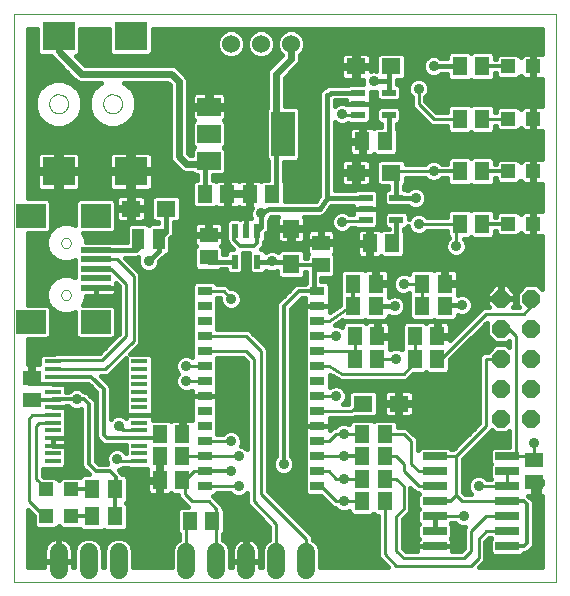
<source format=gtl>
G75*
G70*
%OFA0B0*%
%FSLAX24Y24*%
%IPPOS*%
%LPD*%
%AMOC8*
5,1,8,0,0,1.08239X$1,22.5*
%
%ADD10C,0.0000*%
%ADD11C,0.0600*%
%ADD12R,0.0512X0.0591*%
%ADD13R,0.0472X0.0472*%
%ADD14R,0.0512X0.0630*%
%ADD15R,0.0500X0.0300*%
%ADD16R,0.0591X0.0512*%
%ADD17R,0.0630X0.0551*%
%ADD18OC8,0.0600*%
%ADD19R,0.0550X0.0137*%
%ADD20R,0.0984X0.0197*%
%ADD21R,0.0984X0.0787*%
%ADD22R,0.1102X0.0945*%
%ADD23R,0.0472X0.0217*%
%ADD24R,0.0551X0.0630*%
%ADD25R,0.0217X0.0472*%
%ADD26R,0.0402X0.0701*%
%ADD27C,0.0600*%
%ADD28R,0.0800X0.0260*%
%ADD29R,0.0787X0.0591*%
%ADD30R,0.0787X0.1496*%
%ADD31C,0.0160*%
%ADD32C,0.0120*%
%ADD33C,0.0100*%
%ADD34C,0.0360*%
%ADD35C,0.0240*%
D10*
X002784Y004854D02*
X020880Y004854D01*
X020880Y023774D01*
X002784Y023774D01*
X002784Y004854D01*
X004355Y014422D02*
X004389Y014526D01*
X004477Y014590D01*
X004587Y014590D01*
X004675Y014526D01*
X004709Y014422D01*
X004675Y014318D01*
X004587Y014254D01*
X004477Y014254D01*
X004389Y014318D01*
X004355Y014422D01*
X004355Y016155D02*
X004389Y016259D01*
X004477Y016323D01*
X004587Y016323D01*
X004675Y016259D01*
X004709Y016155D01*
X004675Y016051D01*
X004587Y015987D01*
X004477Y015987D01*
X004389Y016051D01*
X004355Y016155D01*
X003967Y020789D02*
X004003Y020935D01*
X004103Y021048D01*
X004244Y021102D01*
X004394Y021084D01*
X004518Y020998D01*
X004588Y020864D01*
X004588Y020714D01*
X004518Y020580D01*
X004394Y020494D01*
X004244Y020476D01*
X004103Y020530D01*
X004003Y020643D01*
X003967Y020789D01*
X005767Y020789D02*
X005803Y020935D01*
X005903Y021048D01*
X006044Y021102D01*
X006194Y021084D01*
X006318Y020998D01*
X006388Y020864D01*
X006388Y020714D01*
X006318Y020580D01*
X006194Y020494D01*
X006044Y020476D01*
X005903Y020530D01*
X005803Y020643D01*
X005767Y020789D01*
D11*
X005282Y005839D02*
X005282Y005239D01*
X006282Y005239D02*
X006282Y005839D01*
X004282Y005839D02*
X004282Y005239D01*
X008532Y005239D02*
X008532Y005839D01*
X009532Y005839D02*
X009532Y005239D01*
X010532Y005239D02*
X010532Y005839D01*
X011532Y005839D02*
X011532Y005239D01*
X012532Y005239D02*
X012532Y005839D01*
D12*
X014408Y007539D03*
X015156Y007539D03*
X015156Y008289D03*
X014408Y008289D03*
X014408Y009039D03*
X015156Y009039D03*
X015156Y009789D03*
X014408Y009789D03*
X009406Y006889D03*
X008658Y006889D03*
X008406Y008239D03*
X007658Y008239D03*
X007658Y009789D03*
X008406Y009789D03*
X014658Y016139D03*
X015406Y016139D03*
X015156Y019539D03*
X014408Y019539D03*
X011406Y017789D03*
X010658Y017789D03*
X009906Y017789D03*
X009158Y017789D03*
D13*
X004696Y007939D03*
X003869Y007939D03*
X003869Y007039D03*
X004696Y007039D03*
X019269Y016789D03*
X020096Y016789D03*
X020096Y018539D03*
X019269Y018539D03*
X019269Y020289D03*
X020096Y020289D03*
X020096Y022039D03*
X019269Y022039D03*
D14*
X018406Y022039D03*
X017658Y022039D03*
X017658Y020289D03*
X018406Y020289D03*
X018406Y018539D03*
X017658Y018539D03*
X017658Y016789D03*
X018406Y016789D03*
X017156Y014789D03*
X016408Y014789D03*
X016408Y014039D03*
X017156Y014039D03*
X016906Y013039D03*
X016158Y013039D03*
X016158Y012289D03*
X016906Y012289D03*
X014906Y012289D03*
X014906Y013039D03*
X014856Y014039D03*
X014108Y014039D03*
X014108Y014789D03*
X014856Y014789D03*
X014158Y013039D03*
X014158Y012289D03*
X008406Y009039D03*
X007658Y009039D03*
X006156Y007939D03*
X005408Y007939D03*
X005408Y007039D03*
X006156Y007039D03*
D15*
X009150Y008039D03*
X009150Y008539D03*
X009150Y009039D03*
X009150Y009539D03*
X009150Y010039D03*
X009150Y010539D03*
X009150Y011039D03*
X009150Y011539D03*
X009150Y012039D03*
X009150Y012539D03*
X009150Y013039D03*
X009150Y013539D03*
X009150Y014039D03*
X009150Y014539D03*
X012914Y014539D03*
X012914Y014039D03*
X012914Y013539D03*
X012914Y013039D03*
X012914Y012539D03*
X012914Y012039D03*
X012914Y011539D03*
X012914Y011039D03*
X012914Y010539D03*
X012914Y010039D03*
X012914Y009539D03*
X012914Y009039D03*
X012914Y008539D03*
X012914Y008039D03*
D16*
X013032Y015415D03*
X013032Y016163D03*
X009282Y016413D03*
X009282Y015665D03*
X003382Y011663D03*
X003382Y010915D03*
X020132Y008913D03*
X020132Y008165D03*
D17*
X015623Y010789D03*
X014442Y010789D03*
X007873Y017289D03*
X006692Y017289D03*
X014192Y018489D03*
X015373Y018489D03*
X015373Y022039D03*
X014192Y022039D03*
D18*
X019032Y014289D03*
X020032Y014289D03*
X020032Y013289D03*
X020032Y012289D03*
X019032Y012289D03*
X019032Y013289D03*
X019032Y011289D03*
X020032Y011289D03*
X020032Y010289D03*
X019032Y010289D03*
D19*
X006972Y010411D03*
X006972Y010667D03*
X006972Y010922D03*
X006972Y011178D03*
X006972Y011434D03*
X006972Y011690D03*
X006972Y011946D03*
X006972Y012202D03*
X006972Y010155D03*
X006972Y009899D03*
X006972Y009643D03*
X006972Y009387D03*
X006972Y009131D03*
X006972Y008875D03*
X004093Y008875D03*
X004093Y009131D03*
X004093Y009387D03*
X004093Y009643D03*
X004093Y009899D03*
X004093Y010155D03*
X004093Y010411D03*
X004093Y010667D03*
X004093Y010922D03*
X004093Y011178D03*
X004093Y011434D03*
X004093Y011690D03*
X004093Y011946D03*
X004093Y012202D03*
D20*
X005516Y014659D03*
X005516Y014974D03*
X005516Y015289D03*
X005516Y015604D03*
X005516Y015919D03*
D21*
X005516Y017060D03*
X003351Y017060D03*
X003351Y013517D03*
X005516Y013517D03*
D22*
X006684Y018544D03*
X004282Y018544D03*
X004282Y023033D03*
X006684Y023033D03*
D23*
X014270Y021163D03*
X014270Y020789D03*
X014270Y020415D03*
X015294Y020415D03*
X015294Y021163D03*
X015544Y017663D03*
X015544Y016915D03*
X014520Y016915D03*
X014520Y017289D03*
X014520Y017663D03*
D24*
X012032Y016629D03*
X012032Y015448D03*
D25*
X010906Y015527D03*
X010158Y015527D03*
X010158Y016550D03*
X010532Y016550D03*
X010906Y016550D03*
D26*
X007633Y016289D03*
X006932Y016289D03*
D27*
X010032Y022789D03*
X011032Y022789D03*
X012032Y022789D03*
D28*
X016822Y009039D03*
X016822Y008539D03*
X016822Y008039D03*
X016822Y007539D03*
X016822Y007039D03*
X016822Y006539D03*
X016822Y006039D03*
X019242Y006039D03*
X019242Y006539D03*
X019242Y007039D03*
X019242Y007539D03*
X019242Y008039D03*
X019242Y008539D03*
X019242Y009039D03*
D29*
X009292Y018883D03*
X009292Y019789D03*
X009292Y020694D03*
D30*
X011772Y019789D03*
D31*
X011532Y019789D02*
X011532Y017789D01*
X011406Y017789D01*
X011842Y017722D02*
X012972Y017722D01*
X012848Y017549D01*
X011842Y017549D01*
X011842Y018158D01*
X011792Y018208D01*
X011792Y018861D01*
X012241Y018861D01*
X012346Y018966D01*
X012346Y020611D01*
X012241Y020717D01*
X011832Y020717D01*
X011832Y021664D01*
X012202Y022034D01*
X012286Y022119D01*
X012332Y022229D01*
X012332Y022410D01*
X012439Y022517D01*
X012512Y022693D01*
X012512Y022884D01*
X012439Y023060D01*
X012304Y023195D01*
X012128Y023269D01*
X011937Y023269D01*
X011760Y023195D01*
X011625Y023060D01*
X011552Y022884D01*
X011552Y022693D01*
X011625Y022517D01*
X011731Y022411D01*
X011278Y021959D01*
X011232Y021848D01*
X011232Y021729D01*
X011232Y020645D01*
X011199Y020611D01*
X011199Y018966D01*
X011272Y018892D01*
X011272Y018264D01*
X011076Y018264D01*
X011032Y018220D01*
X010989Y018264D01*
X010706Y018264D01*
X010706Y017837D01*
X010610Y017837D01*
X010610Y018264D01*
X010328Y018264D01*
X010282Y018218D01*
X010237Y018264D01*
X009954Y018264D01*
X009954Y017837D01*
X009858Y017837D01*
X009858Y018264D01*
X009576Y018264D01*
X009532Y018220D01*
X009489Y018264D01*
X009418Y018264D01*
X009418Y018408D01*
X009760Y018408D01*
X009866Y018513D01*
X009866Y019253D01*
X009783Y019336D01*
X009866Y019419D01*
X009866Y020158D01*
X009783Y020241D01*
X009866Y020324D01*
X009866Y020626D01*
X009360Y020626D01*
X009360Y020762D01*
X009866Y020762D01*
X009866Y021064D01*
X009760Y021169D01*
X009360Y021169D01*
X009360Y020762D01*
X009224Y020762D01*
X009224Y020626D01*
X008718Y020626D01*
X008718Y020324D01*
X008801Y020241D01*
X008718Y020158D01*
X008718Y019419D01*
X008801Y019336D01*
X008718Y019253D01*
X008718Y019089D01*
X008656Y019089D01*
X008582Y019163D01*
X008582Y021598D01*
X008536Y021709D01*
X008452Y021793D01*
X008202Y022043D01*
X008092Y022089D01*
X007972Y022089D01*
X005156Y022089D01*
X004865Y022380D01*
X004908Y022380D01*
X005013Y022486D01*
X005013Y023294D01*
X005953Y023294D01*
X005953Y022486D01*
X006058Y022380D01*
X007309Y022380D01*
X007415Y022486D01*
X007415Y023294D01*
X020400Y023294D01*
X020400Y022455D01*
X020134Y022455D01*
X020134Y022077D01*
X020057Y022077D01*
X020057Y022455D01*
X019785Y022455D01*
X019682Y022352D01*
X019580Y022455D01*
X018958Y022455D01*
X018853Y022349D01*
X018853Y022279D01*
X018842Y022279D01*
X018842Y022428D01*
X018737Y022534D01*
X018076Y022534D01*
X018032Y022490D01*
X017989Y022534D01*
X017328Y022534D01*
X017222Y022428D01*
X017222Y022299D01*
X017031Y022299D01*
X016986Y022344D01*
X016854Y022399D01*
X016711Y022399D01*
X016578Y022344D01*
X016477Y022242D01*
X016422Y022110D01*
X016422Y021967D01*
X016477Y021835D01*
X016578Y021733D01*
X016711Y021679D01*
X016854Y021679D01*
X016986Y021733D01*
X017031Y021779D01*
X017222Y021779D01*
X017222Y021649D01*
X017328Y021544D01*
X017989Y021544D01*
X018032Y021587D01*
X018076Y021544D01*
X018737Y021544D01*
X018842Y021649D01*
X018842Y021799D01*
X018853Y021799D01*
X018853Y021728D01*
X018958Y021622D01*
X019580Y021622D01*
X019682Y021725D01*
X019785Y021622D01*
X020057Y021622D01*
X020057Y022000D01*
X020134Y022000D01*
X020134Y021622D01*
X020400Y021622D01*
X020400Y020705D01*
X020134Y020705D01*
X020134Y020327D01*
X020057Y020327D01*
X020057Y020705D01*
X019785Y020705D01*
X019682Y020602D01*
X019580Y020705D01*
X018958Y020705D01*
X018853Y020599D01*
X018853Y020519D01*
X018842Y020519D01*
X018842Y020678D01*
X018737Y020784D01*
X018076Y020784D01*
X018032Y020740D01*
X017989Y020784D01*
X017328Y020784D01*
X017222Y020678D01*
X017222Y020519D01*
X016877Y020519D01*
X016512Y020884D01*
X016512Y021009D01*
X016587Y021085D01*
X016642Y021217D01*
X016642Y021360D01*
X016587Y021492D01*
X016486Y021594D01*
X016354Y021649D01*
X016211Y021649D01*
X016078Y021594D01*
X015977Y021492D01*
X015922Y021360D01*
X015922Y021217D01*
X015977Y021085D01*
X016052Y021009D01*
X016052Y020884D01*
X016052Y020693D01*
X016552Y020193D01*
X016687Y020059D01*
X017222Y020059D01*
X017222Y019899D01*
X017328Y019794D01*
X017989Y019794D01*
X018032Y019837D01*
X018076Y019794D01*
X018737Y019794D01*
X018842Y019899D01*
X018842Y020059D01*
X018853Y020059D01*
X018853Y019978D01*
X018958Y019872D01*
X019580Y019872D01*
X019682Y019975D01*
X019785Y019872D01*
X020057Y019872D01*
X020057Y020250D01*
X020134Y020250D01*
X020134Y019872D01*
X020400Y019872D01*
X020400Y018955D01*
X020134Y018955D01*
X020134Y018577D01*
X020057Y018577D01*
X020057Y018955D01*
X019785Y018955D01*
X019682Y018852D01*
X019580Y018955D01*
X018958Y018955D01*
X018853Y018849D01*
X018853Y018779D01*
X018842Y018779D01*
X018842Y018928D01*
X018737Y019034D01*
X018076Y019034D01*
X018032Y018990D01*
X017989Y019034D01*
X017328Y019034D01*
X017222Y018928D01*
X017222Y018779D01*
X017051Y018779D01*
X016986Y018844D01*
X016854Y018899D01*
X016711Y018899D01*
X016578Y018844D01*
X016503Y018769D01*
X015868Y018769D01*
X015868Y018839D01*
X015762Y018944D01*
X014983Y018944D01*
X014878Y018839D01*
X014878Y018138D01*
X014983Y018033D01*
X015272Y018033D01*
X015272Y017951D01*
X015233Y017951D01*
X015128Y017845D01*
X015128Y017480D01*
X015233Y017374D01*
X015855Y017374D01*
X015859Y017379D01*
X015933Y017379D01*
X015978Y017333D01*
X016111Y017279D01*
X016254Y017279D01*
X016386Y017333D01*
X016487Y017435D01*
X016542Y017567D01*
X016542Y017710D01*
X016487Y017842D01*
X016386Y017944D01*
X016254Y017999D01*
X016111Y017999D01*
X015978Y017944D01*
X015933Y017899D01*
X015907Y017899D01*
X015855Y017951D01*
X015792Y017951D01*
X015792Y018063D01*
X015868Y018138D01*
X015868Y018309D01*
X016503Y018309D01*
X016578Y018233D01*
X016711Y018179D01*
X016854Y018179D01*
X016986Y018233D01*
X017051Y018299D01*
X017222Y018299D01*
X017222Y018149D01*
X017328Y018044D01*
X017989Y018044D01*
X018032Y018087D01*
X018076Y018044D01*
X018737Y018044D01*
X018842Y018149D01*
X018842Y018299D01*
X018853Y018299D01*
X018853Y018228D01*
X018958Y018122D01*
X019580Y018122D01*
X019682Y018225D01*
X019785Y018122D01*
X020057Y018122D01*
X020057Y018500D01*
X020134Y018500D01*
X020134Y018122D01*
X020400Y018122D01*
X020400Y017205D01*
X020134Y017205D01*
X020134Y016827D01*
X020057Y016827D01*
X020057Y017205D01*
X019785Y017205D01*
X019682Y017102D01*
X019580Y017205D01*
X018958Y017205D01*
X018853Y017099D01*
X018853Y017029D01*
X018842Y017029D01*
X018842Y017178D01*
X018737Y017284D01*
X018076Y017284D01*
X018032Y017240D01*
X017989Y017284D01*
X017328Y017284D01*
X017222Y017178D01*
X017222Y017019D01*
X016561Y017019D01*
X016486Y017094D01*
X016354Y017149D01*
X016211Y017149D01*
X016078Y017094D01*
X015977Y016992D01*
X015960Y016952D01*
X015960Y017097D01*
X015855Y017203D01*
X015233Y017203D01*
X015128Y017097D01*
X015128Y016732D01*
X015233Y016626D01*
X015284Y016626D01*
X015284Y016614D01*
X015076Y016614D01*
X015032Y016570D01*
X014989Y016614D01*
X014706Y016614D01*
X014706Y016187D01*
X014610Y016187D01*
X014610Y016614D01*
X014328Y016614D01*
X014222Y016508D01*
X014222Y016187D01*
X014610Y016187D01*
X014610Y016091D01*
X014222Y016091D01*
X014222Y015769D01*
X014328Y015663D01*
X014610Y015663D01*
X014610Y016090D01*
X014706Y016090D01*
X014706Y015663D01*
X014989Y015663D01*
X015032Y015707D01*
X015076Y015663D01*
X015737Y015663D01*
X015842Y015769D01*
X015842Y016508D01*
X015804Y016546D01*
X015804Y016626D01*
X015855Y016626D01*
X015929Y016701D01*
X015977Y016585D01*
X016078Y016483D01*
X016211Y016429D01*
X016354Y016429D01*
X016486Y016483D01*
X016561Y016559D01*
X017222Y016559D01*
X017222Y016399D01*
X017302Y016319D01*
X017302Y016318D01*
X017227Y016242D01*
X017172Y016110D01*
X017172Y015967D01*
X017227Y015835D01*
X017328Y015733D01*
X017461Y015679D01*
X017604Y015679D01*
X017736Y015733D01*
X017837Y015835D01*
X017892Y015967D01*
X017892Y016110D01*
X017837Y016242D01*
X017786Y016294D01*
X017989Y016294D01*
X018032Y016337D01*
X018076Y016294D01*
X018737Y016294D01*
X018842Y016399D01*
X018842Y016549D01*
X018853Y016549D01*
X018853Y016478D01*
X018958Y016372D01*
X019580Y016372D01*
X019682Y016475D01*
X019785Y016372D01*
X020057Y016372D01*
X020057Y016750D01*
X020134Y016750D01*
X020134Y016372D01*
X020400Y016372D01*
X020400Y014599D01*
X020231Y014769D01*
X019833Y014769D01*
X019552Y014487D01*
X019552Y014090D01*
X019623Y014019D01*
X019441Y014019D01*
X019512Y014090D01*
X019512Y014269D01*
X019052Y014269D01*
X019052Y014309D01*
X019012Y014309D01*
X019012Y014769D01*
X018833Y014769D01*
X018552Y014487D01*
X018552Y014309D01*
X019012Y014309D01*
X019012Y014269D01*
X018552Y014269D01*
X018552Y014090D01*
X018623Y014019D01*
X018437Y014019D01*
X017342Y012924D01*
X017342Y012991D01*
X016954Y012991D01*
X016954Y013087D01*
X016858Y013087D01*
X016858Y013534D01*
X016576Y013534D01*
X016532Y013490D01*
X016489Y013534D01*
X015828Y013534D01*
X015722Y013428D01*
X015722Y012678D01*
X015722Y012599D01*
X015604Y012649D01*
X015461Y012649D01*
X015342Y012599D01*
X015342Y012649D01*
X015722Y012649D01*
X015722Y012807D02*
X015342Y012807D01*
X015342Y012649D02*
X015342Y012991D01*
X014954Y012991D01*
X014954Y013087D01*
X014858Y013087D01*
X014858Y013534D01*
X014576Y013534D01*
X014532Y013490D01*
X014489Y013534D01*
X013828Y013534D01*
X013722Y013428D01*
X013722Y013349D01*
X013604Y013399D01*
X013487Y013399D01*
X013748Y013573D01*
X013778Y013544D01*
X014439Y013544D01*
X014482Y013587D01*
X014526Y013544D01*
X015187Y013544D01*
X015292Y013649D01*
X015292Y013728D01*
X015411Y013679D01*
X015554Y013679D01*
X015686Y013733D01*
X015787Y013835D01*
X015842Y013967D01*
X015842Y014110D01*
X015787Y014242D01*
X015686Y014344D01*
X015554Y014399D01*
X015411Y014399D01*
X015292Y014349D01*
X015292Y014399D01*
X015292Y014741D01*
X014904Y014741D01*
X014904Y014837D01*
X014808Y014837D01*
X014808Y015284D01*
X014526Y015284D01*
X014482Y015240D01*
X014439Y015284D01*
X013778Y015284D01*
X013672Y015178D01*
X013672Y014399D01*
X013672Y014075D01*
X013344Y013856D01*
X013344Y014038D01*
X012914Y014038D01*
X012484Y014038D01*
X012484Y013814D01*
X012510Y013789D01*
X012484Y013763D01*
X012484Y013314D01*
X012510Y013289D01*
X012484Y013263D01*
X012484Y012814D01*
X012510Y012789D01*
X012484Y012763D01*
X012484Y012314D01*
X012510Y012289D01*
X012484Y012263D01*
X012484Y011814D01*
X012510Y011789D01*
X012484Y011763D01*
X012484Y011314D01*
X012510Y011289D01*
X012484Y011263D01*
X012484Y010814D01*
X012510Y010789D01*
X012484Y010763D01*
X012484Y010314D01*
X012510Y010289D01*
X012484Y010263D01*
X012484Y010039D01*
X012914Y010039D01*
X012914Y010038D01*
X012484Y010038D01*
X012484Y009814D01*
X012510Y009789D01*
X012484Y009763D01*
X012484Y009314D01*
X012510Y009289D01*
X012484Y009263D01*
X012484Y008814D01*
X012510Y008789D01*
X012484Y008763D01*
X012484Y008314D01*
X012510Y008289D01*
X012484Y008263D01*
X012484Y007814D01*
X012590Y007709D01*
X013037Y007709D01*
X013302Y007443D01*
X013437Y007309D01*
X013503Y007309D01*
X013578Y007233D01*
X013711Y007179D01*
X013854Y007179D01*
X013972Y007228D01*
X013972Y007169D01*
X014078Y007063D01*
X014739Y007063D01*
X014782Y007107D01*
X014826Y007063D01*
X014926Y007063D01*
X014926Y005860D01*
X014926Y005669D01*
X015262Y005334D01*
X013012Y005334D01*
X013012Y005934D01*
X012939Y006110D01*
X012804Y006245D01*
X012762Y006263D01*
X012762Y006384D01*
X011262Y007884D01*
X011262Y012634D01*
X011127Y012769D01*
X010627Y013269D01*
X010437Y013269D01*
X009575Y013269D01*
X009555Y013289D01*
X009580Y013314D01*
X009580Y013763D01*
X009555Y013789D01*
X009580Y013814D01*
X009580Y014263D01*
X009555Y014289D01*
X009575Y014309D01*
X009672Y014309D01*
X009672Y014217D01*
X009727Y014085D01*
X009828Y013983D01*
X009961Y013929D01*
X010104Y013929D01*
X010236Y013983D01*
X010337Y014085D01*
X010392Y014217D01*
X010392Y014360D01*
X010337Y014492D01*
X010236Y014594D01*
X010104Y014649D01*
X009997Y014649D01*
X009877Y014769D01*
X009687Y014769D01*
X009575Y014769D01*
X009475Y014869D01*
X008826Y014869D01*
X008720Y014763D01*
X008720Y014314D01*
X008746Y014289D01*
X008720Y014263D01*
X008720Y013814D01*
X008746Y013789D01*
X008720Y013763D01*
X008720Y013314D01*
X008746Y013289D01*
X008720Y013263D01*
X008720Y012814D01*
X008746Y012789D01*
X008720Y012763D01*
X008720Y012350D01*
X008604Y012399D01*
X008461Y012399D01*
X008328Y012344D01*
X008227Y012242D01*
X008172Y012110D01*
X008172Y011967D01*
X008227Y011835D01*
X008273Y011789D01*
X008227Y011742D01*
X008172Y011610D01*
X008172Y011467D01*
X008227Y011335D01*
X008328Y011233D01*
X008461Y011179D01*
X008604Y011179D01*
X008720Y011227D01*
X008720Y011039D01*
X009150Y011039D01*
X009150Y011038D01*
X008720Y011038D01*
X008720Y010814D01*
X008746Y010789D01*
X008720Y010763D01*
X008720Y010314D01*
X008746Y010289D01*
X008721Y010264D01*
X008454Y010264D01*
X008454Y009837D01*
X008358Y009837D01*
X008358Y010264D01*
X008076Y010264D01*
X008032Y010220D01*
X007989Y010264D01*
X007427Y010264D01*
X007427Y010268D01*
X007427Y010289D01*
X007427Y010298D01*
X007427Y010410D01*
X006972Y010410D01*
X006972Y010411D01*
X007427Y010411D01*
X007427Y010523D01*
X007427Y010779D01*
X007427Y011035D01*
X007427Y011321D01*
X007427Y011547D01*
X007427Y011803D01*
X007427Y012059D01*
X007427Y012345D01*
X007321Y012450D01*
X006669Y012450D01*
X007012Y012793D01*
X007012Y012984D01*
X007012Y015134D01*
X006877Y015269D01*
X006487Y015659D01*
X006810Y015659D01*
X006914Y015659D01*
X006948Y015673D01*
X006922Y015610D01*
X006922Y015467D01*
X006977Y015335D01*
X007078Y015233D01*
X007211Y015179D01*
X007354Y015179D01*
X007486Y015233D01*
X007587Y015335D01*
X007642Y015467D01*
X007642Y015531D01*
X007853Y015742D01*
X007860Y015758D01*
X007908Y015758D01*
X008013Y015864D01*
X008013Y016302D01*
X008093Y016381D01*
X008133Y016477D01*
X008133Y016580D01*
X008133Y016833D01*
X008262Y016833D01*
X008368Y016938D01*
X008368Y017639D01*
X008262Y017744D01*
X007483Y017744D01*
X007378Y017639D01*
X007378Y016938D01*
X007483Y016833D01*
X007613Y016833D01*
X007613Y016819D01*
X007357Y016819D01*
X007282Y016744D01*
X007207Y016819D01*
X006656Y016819D01*
X006551Y016714D01*
X006551Y016178D01*
X006102Y016178D01*
X006083Y016197D01*
X005189Y016197D01*
X005189Y016285D01*
X005106Y016487D01*
X006083Y016487D01*
X006189Y016592D01*
X006189Y017528D01*
X006083Y017634D01*
X004950Y017634D01*
X004844Y017528D01*
X004844Y016737D01*
X004663Y016812D01*
X004401Y016812D01*
X004160Y016712D01*
X003975Y016527D01*
X003875Y016285D01*
X003875Y016024D01*
X003975Y015782D01*
X004160Y015598D01*
X004401Y015498D01*
X004663Y015498D01*
X004844Y015573D01*
X004844Y015431D01*
X004844Y015147D01*
X004844Y015004D01*
X004663Y015080D01*
X004401Y015080D01*
X004160Y014980D01*
X003975Y014795D01*
X003875Y014553D01*
X003875Y014292D01*
X003975Y014050D01*
X004160Y013865D01*
X004401Y013765D01*
X004663Y013765D01*
X004844Y013840D01*
X004844Y013049D01*
X004950Y012943D01*
X006083Y012943D01*
X006189Y013049D01*
X006189Y013985D01*
X006083Y014091D01*
X005106Y014091D01*
X005189Y014292D01*
X005189Y014380D01*
X005516Y014380D01*
X005516Y014658D01*
X005517Y014658D01*
X005517Y014659D01*
X006189Y014659D01*
X006189Y014801D01*
X006189Y014807D01*
X006302Y014693D01*
X006302Y013134D01*
X005637Y012469D01*
X004323Y012469D01*
X004299Y012484D01*
X004231Y012469D01*
X004161Y012469D01*
X004143Y012450D01*
X003743Y012450D01*
X003638Y012345D01*
X003638Y012098D01*
X003430Y012098D01*
X003430Y011711D01*
X003334Y011711D01*
X003334Y012098D01*
X003264Y012098D01*
X003264Y012943D01*
X003918Y012943D01*
X004023Y013049D01*
X004023Y013985D01*
X003918Y014091D01*
X003264Y014091D01*
X003264Y016487D01*
X003918Y016487D01*
X004023Y016592D01*
X004023Y017528D01*
X003918Y017634D01*
X003264Y017634D01*
X003264Y023294D01*
X003551Y023294D01*
X003551Y022486D01*
X003656Y022380D01*
X004023Y022380D01*
X004028Y022369D01*
X004778Y021619D01*
X004862Y021534D01*
X004972Y021489D01*
X005695Y021489D01*
X005632Y021462D01*
X005408Y021239D01*
X005287Y020947D01*
X005287Y020630D01*
X005408Y020338D01*
X005632Y020115D01*
X005924Y019994D01*
X006240Y019994D01*
X006532Y020115D01*
X006756Y020338D01*
X006877Y020630D01*
X006877Y020947D01*
X006756Y021239D01*
X006532Y021462D01*
X006469Y021489D01*
X007908Y021489D01*
X007982Y021414D01*
X007982Y019098D01*
X007982Y018979D01*
X008028Y018869D01*
X008362Y018534D01*
X008472Y018489D01*
X008592Y018489D01*
X008743Y018489D01*
X008824Y018408D01*
X008898Y018408D01*
X008898Y018264D01*
X008828Y018264D01*
X008722Y018158D01*
X008722Y017419D01*
X008828Y017313D01*
X009489Y017313D01*
X009532Y017357D01*
X009576Y017313D01*
X009858Y017313D01*
X009858Y017740D01*
X009954Y017740D01*
X009954Y017313D01*
X010237Y017313D01*
X010282Y017359D01*
X010328Y017313D01*
X010610Y017313D01*
X010610Y017740D01*
X010706Y017740D01*
X010706Y017313D01*
X010715Y017313D01*
X010672Y017210D01*
X010672Y017067D01*
X010714Y016967D01*
X010532Y016967D01*
X010349Y016967D01*
X010345Y016962D01*
X010341Y016967D01*
X009975Y016967D01*
X009870Y016861D01*
X009870Y016240D01*
X009892Y016217D01*
X009892Y016191D01*
X009929Y016103D01*
X009996Y016035D01*
X009996Y016035D01*
X010088Y015943D01*
X009975Y015943D01*
X009870Y015837D01*
X009870Y015787D01*
X009757Y015787D01*
X009757Y015995D01*
X009714Y016039D01*
X009757Y016082D01*
X009757Y016365D01*
X009330Y016365D01*
X009330Y016461D01*
X009234Y016461D01*
X009234Y016848D01*
X008912Y016848D01*
X008807Y016743D01*
X008807Y016461D01*
X009234Y016461D01*
X009234Y016365D01*
X008807Y016365D01*
X008807Y016082D01*
X008851Y016039D01*
X008807Y015995D01*
X008807Y015334D01*
X008912Y015229D01*
X009652Y015229D01*
X009690Y015267D01*
X009870Y015267D01*
X009870Y015216D01*
X009975Y015111D01*
X010341Y015111D01*
X010446Y015216D01*
X010446Y015799D01*
X010618Y015799D01*
X010618Y015216D01*
X010723Y015111D01*
X011089Y015111D01*
X011194Y015216D01*
X011194Y015227D01*
X011311Y015179D01*
X011454Y015179D01*
X011577Y015229D01*
X011577Y015059D01*
X011682Y014953D01*
X012382Y014953D01*
X012488Y015059D01*
X012488Y015175D01*
X012522Y015175D01*
X012522Y014801D01*
X012500Y014779D01*
X012234Y014779D01*
X012146Y014742D01*
X012079Y014675D01*
X012079Y014674D01*
X011579Y014175D01*
X011542Y014086D01*
X011542Y013991D01*
X011542Y009058D01*
X011477Y008992D01*
X011422Y008860D01*
X011422Y008717D01*
X011477Y008585D01*
X011578Y008483D01*
X011711Y008429D01*
X011854Y008429D01*
X011986Y008483D01*
X012087Y008585D01*
X012142Y008717D01*
X012142Y008860D01*
X012087Y008992D01*
X012022Y009058D01*
X012022Y013939D01*
X012382Y014299D01*
X012500Y014299D01*
X012510Y014289D01*
X012484Y014263D01*
X012484Y014039D01*
X012914Y014039D01*
X012914Y014038D01*
X012914Y014039D01*
X013344Y014039D01*
X013344Y014263D01*
X013319Y014289D01*
X013344Y014314D01*
X013344Y014763D01*
X013239Y014869D01*
X013042Y014869D01*
X013672Y014869D01*
X013672Y015027D02*
X013450Y015027D01*
X013402Y014979D02*
X013507Y015084D01*
X013507Y015745D01*
X013464Y015789D01*
X013507Y015832D01*
X013507Y016115D01*
X013080Y016115D01*
X013080Y016211D01*
X012984Y016211D01*
X012984Y016598D01*
X012662Y016598D01*
X012557Y016493D01*
X012557Y016211D01*
X012984Y016211D01*
X012984Y016115D01*
X012557Y016115D01*
X012557Y015832D01*
X012601Y015789D01*
X012557Y015745D01*
X012557Y015655D01*
X012488Y015655D01*
X012488Y015838D01*
X012382Y015943D01*
X011682Y015943D01*
X011584Y015845D01*
X011454Y015899D01*
X011311Y015899D01*
X011185Y015847D01*
X011089Y015943D01*
X011026Y015943D01*
X011110Y016027D01*
X011146Y016115D01*
X011146Y016191D01*
X011194Y016240D01*
X011194Y016471D01*
X011253Y016529D01*
X011292Y016625D01*
X011292Y016728D01*
X011292Y016889D01*
X011337Y016935D01*
X011376Y017029D01*
X011587Y017029D01*
X011577Y017019D01*
X011577Y016687D01*
X011974Y016687D01*
X011974Y016571D01*
X011577Y016571D01*
X011577Y016240D01*
X011682Y016134D01*
X011974Y016134D01*
X011974Y016571D01*
X012090Y016571D01*
X012090Y016134D01*
X012382Y016134D01*
X012488Y016240D01*
X012488Y016571D01*
X012090Y016571D01*
X012090Y016687D01*
X012488Y016687D01*
X012488Y017019D01*
X012478Y017029D01*
X012953Y017029D01*
X012974Y017024D01*
X013004Y017029D01*
X013034Y017029D01*
X013054Y017037D01*
X013076Y017041D01*
X013102Y017057D01*
X013129Y017068D01*
X013145Y017084D01*
X013164Y017095D01*
X013181Y017120D01*
X013203Y017141D01*
X013211Y017162D01*
X013366Y017379D01*
X014104Y017379D01*
X014104Y017289D01*
X014520Y017289D01*
X014520Y017288D01*
X014104Y017288D01*
X014104Y017119D01*
X013961Y017119D01*
X013936Y017144D01*
X013804Y017199D01*
X013661Y017199D01*
X013528Y017144D01*
X013427Y017042D01*
X013372Y016910D01*
X013372Y016767D01*
X013427Y016635D01*
X013528Y016533D01*
X013661Y016479D01*
X013804Y016479D01*
X013936Y016533D01*
X014037Y016635D01*
X014047Y016659D01*
X014177Y016659D01*
X014210Y016626D01*
X014831Y016626D01*
X014937Y016732D01*
X014937Y017097D01*
X014932Y017102D01*
X014937Y017106D01*
X014937Y017288D01*
X014521Y017288D01*
X014521Y017289D01*
X014937Y017289D01*
X014937Y017471D01*
X014932Y017476D01*
X014937Y017480D01*
X014937Y017845D01*
X014831Y017951D01*
X014210Y017951D01*
X014157Y017899D01*
X013492Y017899D01*
X013492Y020170D01*
X013528Y020133D01*
X013661Y020079D01*
X013804Y020079D01*
X013936Y020133D01*
X013944Y020142D01*
X013960Y020126D01*
X014581Y020126D01*
X014687Y020232D01*
X014687Y020597D01*
X014682Y020602D01*
X014687Y020606D01*
X014687Y020788D01*
X014271Y020788D01*
X014271Y020789D01*
X014687Y020789D01*
X014687Y020971D01*
X014682Y020976D01*
X014687Y020980D01*
X014687Y021189D01*
X014711Y021179D01*
X014854Y021179D01*
X014878Y021189D01*
X014878Y020980D01*
X014983Y020874D01*
X015605Y020874D01*
X015710Y020980D01*
X015710Y021345D01*
X015605Y021451D01*
X015554Y021451D01*
X015554Y021475D01*
X015554Y021578D01*
X015554Y021583D01*
X015762Y021583D01*
X015868Y021688D01*
X015868Y022389D01*
X015762Y022494D01*
X014983Y022494D01*
X014878Y022389D01*
X014878Y021889D01*
X014854Y021899D01*
X014711Y021899D01*
X014687Y021889D01*
X014687Y021981D01*
X014250Y021981D01*
X014250Y022096D01*
X014687Y022096D01*
X014687Y022389D01*
X014581Y022494D01*
X014249Y022494D01*
X014249Y022097D01*
X014134Y022097D01*
X014134Y022494D01*
X013802Y022494D01*
X013697Y022389D01*
X013697Y022096D01*
X014134Y022096D01*
X014134Y021981D01*
X013697Y021981D01*
X013697Y021688D01*
X013802Y021583D01*
X014134Y021583D01*
X014134Y021981D01*
X014249Y021981D01*
X014249Y021583D01*
X014422Y021583D01*
X014422Y021467D01*
X014429Y021451D01*
X013960Y021451D01*
X013931Y021423D01*
X013408Y021423D01*
X013304Y021423D01*
X013209Y021383D01*
X013170Y021344D01*
X013085Y021309D01*
X013012Y021236D01*
X012972Y021140D01*
X012972Y021090D01*
X012972Y017740D01*
X012972Y017722D01*
X012972Y017881D02*
X011842Y017881D01*
X011842Y018039D02*
X012972Y018039D01*
X012972Y018198D02*
X011803Y018198D01*
X011792Y018356D02*
X012972Y018356D01*
X012972Y018515D02*
X011792Y018515D01*
X011792Y018674D02*
X012972Y018674D01*
X012972Y018832D02*
X011792Y018832D01*
X012346Y018991D02*
X012972Y018991D01*
X012972Y019149D02*
X012346Y019149D01*
X012346Y019308D02*
X012972Y019308D01*
X012972Y019466D02*
X012346Y019466D01*
X012346Y019625D02*
X012972Y019625D01*
X012972Y019783D02*
X012346Y019783D01*
X012346Y019942D02*
X012972Y019942D01*
X012972Y020100D02*
X012346Y020100D01*
X012346Y020259D02*
X012972Y020259D01*
X012972Y020418D02*
X012346Y020418D01*
X012346Y020576D02*
X012972Y020576D01*
X012972Y020735D02*
X011832Y020735D01*
X011832Y020893D02*
X012972Y020893D01*
X012972Y021052D02*
X011832Y021052D01*
X011832Y021210D02*
X013001Y021210D01*
X013195Y021369D02*
X011832Y021369D01*
X011832Y021527D02*
X014422Y021527D01*
X014249Y021686D02*
X014134Y021686D01*
X014134Y021844D02*
X014249Y021844D01*
X014250Y022003D02*
X014878Y022003D01*
X014878Y022162D02*
X014687Y022162D01*
X014687Y022320D02*
X014878Y022320D01*
X014968Y022479D02*
X014597Y022479D01*
X014249Y022479D02*
X014134Y022479D01*
X014134Y022320D02*
X014249Y022320D01*
X014249Y022162D02*
X014134Y022162D01*
X014134Y022003D02*
X012171Y022003D01*
X012304Y022162D02*
X013697Y022162D01*
X013697Y022320D02*
X012332Y022320D01*
X012401Y022479D02*
X013787Y022479D01*
X013697Y021844D02*
X012012Y021844D01*
X011854Y021686D02*
X013699Y021686D01*
X013356Y021163D02*
X013232Y021039D01*
X013232Y017689D01*
X013282Y017639D01*
X013232Y017639D01*
X012982Y017289D01*
X011282Y017289D01*
X011032Y017139D01*
X011032Y016676D01*
X010906Y016550D01*
X011194Y016454D02*
X011577Y016454D01*
X011577Y016295D02*
X011194Y016295D01*
X011146Y016137D02*
X011679Y016137D01*
X011974Y016137D02*
X012090Y016137D01*
X012090Y016295D02*
X011974Y016295D01*
X011974Y016454D02*
X012090Y016454D01*
X012090Y016613D02*
X013449Y016613D01*
X013402Y016598D02*
X013507Y016493D01*
X013507Y016211D01*
X013080Y016211D01*
X013080Y016598D01*
X013402Y016598D01*
X013372Y016771D02*
X012488Y016771D01*
X012488Y016930D02*
X013380Y016930D01*
X013473Y017088D02*
X013152Y017088D01*
X013272Y017247D02*
X014104Y017247D01*
X014496Y017639D02*
X014520Y017663D01*
X014496Y017639D02*
X013282Y017639D01*
X013492Y018039D02*
X013796Y018039D01*
X013802Y018033D02*
X014134Y018033D01*
X014134Y018431D01*
X014249Y018431D01*
X014249Y018033D01*
X014581Y018033D01*
X014687Y018138D01*
X014687Y018431D01*
X014250Y018431D01*
X014250Y018546D01*
X014687Y018546D01*
X014687Y018839D01*
X014581Y018944D01*
X014249Y018944D01*
X014249Y018547D01*
X014134Y018547D01*
X014134Y018944D01*
X013802Y018944D01*
X013697Y018839D01*
X013697Y018546D01*
X014134Y018546D01*
X014134Y018431D01*
X013697Y018431D01*
X013697Y018138D01*
X013802Y018033D01*
X013697Y018198D02*
X013492Y018198D01*
X013492Y018356D02*
X013697Y018356D01*
X013492Y018515D02*
X014134Y018515D01*
X014250Y018515D02*
X014878Y018515D01*
X014878Y018356D02*
X014687Y018356D01*
X014687Y018198D02*
X014878Y018198D01*
X014977Y018039D02*
X014588Y018039D01*
X014249Y018039D02*
X014134Y018039D01*
X014134Y018198D02*
X014249Y018198D01*
X014249Y018356D02*
X014134Y018356D01*
X014134Y018674D02*
X014249Y018674D01*
X014249Y018832D02*
X014134Y018832D01*
X014078Y019063D02*
X014360Y019063D01*
X014360Y019490D01*
X014456Y019490D01*
X014456Y019063D01*
X014739Y019063D01*
X014782Y019107D01*
X014826Y019063D01*
X015487Y019063D01*
X015592Y019169D01*
X015592Y019908D01*
X015554Y019946D01*
X015554Y020126D01*
X015605Y020126D01*
X015710Y020232D01*
X015710Y020597D01*
X015605Y020703D01*
X014983Y020703D01*
X014878Y020597D01*
X014878Y020232D01*
X014983Y020126D01*
X015034Y020126D01*
X015034Y020014D01*
X014826Y020014D01*
X014782Y019970D01*
X014739Y020014D01*
X014456Y020014D01*
X014456Y019587D01*
X014360Y019587D01*
X014360Y020014D01*
X014078Y020014D01*
X013972Y019908D01*
X013972Y019587D01*
X014360Y019587D01*
X014360Y019491D01*
X013972Y019491D01*
X013972Y019169D01*
X014078Y019063D01*
X013992Y019149D02*
X013492Y019149D01*
X013492Y018991D02*
X017285Y018991D01*
X017222Y018832D02*
X016998Y018832D01*
X016567Y018832D02*
X015868Y018832D01*
X015573Y019149D02*
X020400Y019149D01*
X020400Y018991D02*
X018779Y018991D01*
X018842Y018832D02*
X018853Y018832D01*
X018842Y018198D02*
X018882Y018198D01*
X019655Y018198D02*
X019709Y018198D01*
X020057Y018198D02*
X020134Y018198D01*
X020134Y018356D02*
X020057Y018356D01*
X020400Y018039D02*
X015792Y018039D01*
X015868Y018198D02*
X016664Y018198D01*
X016901Y018198D02*
X017222Y018198D01*
X016537Y017722D02*
X020400Y017722D01*
X020400Y017564D02*
X016541Y017564D01*
X016458Y017405D02*
X020400Y017405D01*
X020400Y017247D02*
X018773Y017247D01*
X018842Y017088D02*
X018853Y017088D01*
X018842Y016454D02*
X018876Y016454D01*
X018738Y016295D02*
X020400Y016295D01*
X020400Y016137D02*
X017881Y016137D01*
X017892Y015978D02*
X020400Y015978D01*
X020400Y015820D02*
X017823Y015820D01*
X017990Y016295D02*
X018074Y016295D01*
X017280Y016295D02*
X015842Y016295D01*
X015842Y016137D02*
X017183Y016137D01*
X017172Y015978D02*
X015842Y015978D01*
X015842Y015820D02*
X017242Y015820D01*
X017204Y015284D02*
X017204Y014837D01*
X017108Y014837D01*
X017108Y015284D01*
X016826Y015284D01*
X016782Y015240D01*
X016739Y015284D01*
X016078Y015284D01*
X015972Y015178D01*
X015972Y015099D01*
X015854Y015149D01*
X015711Y015149D01*
X015578Y015094D01*
X015477Y014992D01*
X015422Y014860D01*
X015422Y014717D01*
X015477Y014585D01*
X015578Y014483D01*
X015711Y014429D01*
X015854Y014429D01*
X015972Y014478D01*
X015972Y014399D01*
X015972Y013649D01*
X016078Y013544D01*
X016739Y013544D01*
X016782Y013587D01*
X016826Y013544D01*
X017487Y013544D01*
X017592Y013649D01*
X017592Y013757D01*
X017661Y013729D01*
X017804Y013729D01*
X017936Y013783D01*
X018037Y013885D01*
X018092Y014017D01*
X018092Y014160D01*
X018037Y014292D01*
X017936Y014394D01*
X017804Y014449D01*
X017661Y014449D01*
X017592Y014420D01*
X017592Y014741D01*
X017204Y014741D01*
X017204Y014837D01*
X017592Y014837D01*
X017592Y015178D01*
X017487Y015284D01*
X017204Y015284D01*
X017204Y015186D02*
X017108Y015186D01*
X017108Y015027D02*
X017204Y015027D01*
X017204Y014869D02*
X017108Y014869D01*
X017592Y014869D02*
X020400Y014869D01*
X020400Y015027D02*
X017592Y015027D01*
X017585Y015186D02*
X020400Y015186D01*
X020400Y015344D02*
X013507Y015344D01*
X013507Y015186D02*
X013680Y015186D01*
X013402Y014979D02*
X013042Y014979D01*
X013042Y014869D01*
X012782Y014670D02*
X012914Y014539D01*
X012782Y014670D02*
X012782Y015415D01*
X012557Y015661D02*
X012488Y015661D01*
X012488Y015820D02*
X012569Y015820D01*
X012557Y015978D02*
X011061Y015978D01*
X010906Y015527D02*
X011282Y015527D01*
X011782Y015527D01*
X012032Y015448D01*
X011577Y015186D02*
X011471Y015186D01*
X011294Y015186D02*
X011164Y015186D01*
X011608Y015027D02*
X007012Y015027D01*
X007012Y014869D02*
X012522Y014869D01*
X012522Y015027D02*
X012456Y015027D01*
X012114Y014710D02*
X009936Y014710D01*
X010278Y014551D02*
X011956Y014551D01*
X011797Y014393D02*
X010379Y014393D01*
X010392Y014234D02*
X011639Y014234D01*
X011542Y014076D02*
X010329Y014076D01*
X009736Y014076D02*
X009580Y014076D01*
X009580Y014234D02*
X009672Y014234D01*
X009580Y013917D02*
X011542Y013917D01*
X011542Y013759D02*
X009580Y013759D01*
X009580Y013600D02*
X011542Y013600D01*
X011542Y013442D02*
X009580Y013442D01*
X009560Y013283D02*
X011542Y013283D01*
X011542Y013125D02*
X010771Y013125D01*
X010930Y012966D02*
X011542Y012966D01*
X011542Y012807D02*
X011089Y012807D01*
X011247Y012649D02*
X011542Y012649D01*
X011542Y012490D02*
X011262Y012490D01*
X011262Y012332D02*
X011542Y012332D01*
X011542Y012173D02*
X011262Y012173D01*
X011262Y012015D02*
X011542Y012015D01*
X011542Y011856D02*
X011262Y011856D01*
X011262Y011698D02*
X011542Y011698D01*
X011542Y011539D02*
X011262Y011539D01*
X011262Y011381D02*
X011542Y011381D01*
X011542Y011222D02*
X011262Y011222D01*
X011262Y011064D02*
X011542Y011064D01*
X011542Y010905D02*
X011262Y010905D01*
X011262Y010746D02*
X011542Y010746D01*
X011542Y010588D02*
X011262Y010588D01*
X011262Y010429D02*
X011542Y010429D01*
X011542Y010271D02*
X011262Y010271D01*
X011262Y010112D02*
X011542Y010112D01*
X011542Y009954D02*
X011262Y009954D01*
X011262Y009795D02*
X011542Y009795D01*
X011542Y009637D02*
X011262Y009637D01*
X011262Y009478D02*
X011542Y009478D01*
X011542Y009320D02*
X011262Y009320D01*
X011262Y009161D02*
X011542Y009161D01*
X011487Y009002D02*
X011262Y009002D01*
X011262Y008844D02*
X011422Y008844D01*
X011435Y008685D02*
X011262Y008685D01*
X011262Y008527D02*
X011535Y008527D01*
X011262Y008368D02*
X012484Y008368D01*
X012484Y008210D02*
X011262Y008210D01*
X011262Y008051D02*
X012484Y008051D01*
X012484Y007893D02*
X011262Y007893D01*
X011412Y007734D02*
X012564Y007734D01*
X013170Y007576D02*
X011570Y007576D01*
X011729Y007417D02*
X013329Y007417D01*
X013553Y007258D02*
X011888Y007258D01*
X012046Y007100D02*
X014041Y007100D01*
X014775Y007100D02*
X014789Y007100D01*
X014926Y006941D02*
X012205Y006941D01*
X012363Y006783D02*
X014926Y006783D01*
X014926Y006624D02*
X012522Y006624D01*
X012680Y006466D02*
X014926Y006466D01*
X014926Y006307D02*
X012762Y006307D01*
X012901Y006149D02*
X014926Y006149D01*
X014926Y005990D02*
X012989Y005990D01*
X013012Y005832D02*
X014926Y005832D01*
X014926Y005673D02*
X013012Y005673D01*
X013012Y005514D02*
X015081Y005514D01*
X015240Y005356D02*
X013012Y005356D01*
X011302Y006263D02*
X011260Y006245D01*
X011125Y006110D01*
X011052Y005934D01*
X011052Y005334D01*
X011012Y005334D01*
X011012Y005519D01*
X010552Y005519D01*
X010552Y005559D01*
X010512Y005559D01*
X010512Y006319D01*
X010437Y006319D01*
X010260Y006245D01*
X010125Y006110D01*
X010052Y005934D01*
X010052Y005559D01*
X010512Y005559D01*
X010512Y005519D01*
X010052Y005519D01*
X010052Y005334D01*
X010012Y005334D01*
X010012Y005934D01*
X009939Y006110D01*
X009804Y006245D01*
X009762Y006263D01*
X009762Y006439D01*
X009842Y006519D01*
X009842Y007258D01*
X009762Y007338D01*
X009762Y007384D01*
X009627Y007519D01*
X009437Y007709D01*
X009475Y007709D01*
X009575Y007809D01*
X010003Y007809D01*
X010078Y007733D01*
X010211Y007679D01*
X010354Y007679D01*
X010486Y007733D01*
X010552Y007800D01*
X010552Y007443D01*
X010687Y007309D01*
X011302Y006693D01*
X011302Y006263D01*
X011302Y006307D02*
X010655Y006307D01*
X010628Y006319D02*
X010552Y006319D01*
X010552Y005559D01*
X011012Y005559D01*
X011012Y005934D01*
X010939Y006110D01*
X010804Y006245D01*
X010628Y006319D01*
X010552Y006307D02*
X010512Y006307D01*
X010409Y006307D02*
X009762Y006307D01*
X009789Y006466D02*
X011302Y006466D01*
X011302Y006624D02*
X009842Y006624D01*
X009842Y006783D02*
X011213Y006783D01*
X011054Y006941D02*
X009842Y006941D01*
X009842Y007100D02*
X010896Y007100D01*
X010737Y007258D02*
X009842Y007258D01*
X009729Y007417D02*
X010579Y007417D01*
X010687Y007309D02*
X010687Y007309D01*
X010552Y007576D02*
X009570Y007576D01*
X009500Y007734D02*
X010078Y007734D01*
X010487Y007734D02*
X010552Y007734D01*
X010552Y009278D02*
X010486Y009344D01*
X010362Y009395D01*
X010392Y009467D01*
X010392Y009610D01*
X010337Y009742D01*
X010236Y009844D01*
X010104Y009899D01*
X009961Y009899D01*
X009828Y009844D01*
X009753Y009769D01*
X009575Y009769D01*
X009555Y009789D01*
X009580Y009814D01*
X009580Y010263D01*
X009555Y010289D01*
X009580Y010314D01*
X009580Y010763D01*
X009555Y010789D01*
X009580Y010814D01*
X009580Y011038D01*
X009151Y011038D01*
X009151Y011039D01*
X009580Y011039D01*
X009580Y011263D01*
X009555Y011289D01*
X009580Y011314D01*
X009580Y011763D01*
X009555Y011789D01*
X009580Y011814D01*
X009580Y012263D01*
X009555Y012289D01*
X009575Y012309D01*
X010437Y012309D01*
X010552Y012193D01*
X010552Y009278D01*
X010552Y009320D02*
X010510Y009320D01*
X010552Y009478D02*
X010392Y009478D01*
X010381Y009637D02*
X010552Y009637D01*
X010552Y009795D02*
X010285Y009795D01*
X010552Y009954D02*
X009580Y009954D01*
X009580Y010112D02*
X010552Y010112D01*
X010552Y010271D02*
X009573Y010271D01*
X009580Y010429D02*
X010552Y010429D01*
X010552Y010588D02*
X009580Y010588D01*
X009580Y010746D02*
X010552Y010746D01*
X010552Y010905D02*
X009580Y010905D01*
X009580Y011064D02*
X010552Y011064D01*
X010552Y011222D02*
X009580Y011222D01*
X009580Y011381D02*
X010552Y011381D01*
X010552Y011539D02*
X009580Y011539D01*
X009580Y011698D02*
X010552Y011698D01*
X010552Y011856D02*
X009580Y011856D01*
X009580Y012015D02*
X010552Y012015D01*
X010552Y012173D02*
X009580Y012173D01*
X008720Y012490D02*
X006709Y012490D01*
X006868Y012649D02*
X008720Y012649D01*
X008727Y012807D02*
X007012Y012807D01*
X007012Y012966D02*
X008720Y012966D01*
X008720Y013125D02*
X007012Y013125D01*
X007012Y013283D02*
X008740Y013283D01*
X008720Y013442D02*
X007012Y013442D01*
X007012Y013600D02*
X008720Y013600D01*
X008720Y013759D02*
X007012Y013759D01*
X007012Y013917D02*
X008720Y013917D01*
X008720Y014076D02*
X007012Y014076D01*
X007012Y014234D02*
X008720Y014234D01*
X008720Y014393D02*
X007012Y014393D01*
X007012Y014551D02*
X008720Y014551D01*
X008720Y014710D02*
X007012Y014710D01*
X006960Y015186D02*
X007194Y015186D01*
X007371Y015186D02*
X009900Y015186D01*
X010158Y015527D02*
X009282Y015527D01*
X009282Y015665D01*
X008807Y015661D02*
X007773Y015661D01*
X007642Y015503D02*
X008807Y015503D01*
X008807Y015344D02*
X007591Y015344D01*
X007282Y015539D02*
X007633Y015889D01*
X007633Y016289D01*
X007873Y016529D01*
X007873Y017289D01*
X008368Y017247D02*
X010687Y017247D01*
X010706Y017405D02*
X010610Y017405D01*
X010610Y017564D02*
X010706Y017564D01*
X010706Y017722D02*
X010610Y017722D01*
X010610Y017741D02*
X010342Y017741D01*
X009954Y017741D01*
X009954Y017837D01*
X010342Y017837D01*
X010610Y017837D01*
X010610Y017741D01*
X010610Y017881D02*
X010706Y017881D01*
X010706Y018039D02*
X010610Y018039D01*
X010610Y018198D02*
X010706Y018198D01*
X011272Y018356D02*
X009418Y018356D01*
X009858Y018198D02*
X009954Y018198D01*
X009954Y018039D02*
X009858Y018039D01*
X009858Y017881D02*
X009954Y017881D01*
X009954Y017722D02*
X009858Y017722D01*
X009858Y017564D02*
X009954Y017564D01*
X009954Y017405D02*
X009858Y017405D01*
X009938Y016930D02*
X008359Y016930D01*
X008368Y017088D02*
X010672Y017088D01*
X010532Y016967D02*
X010532Y016551D01*
X010532Y016967D01*
X010532Y016930D02*
X010532Y016930D01*
X010532Y016771D02*
X010532Y016771D01*
X010532Y016613D02*
X010532Y016613D01*
X010532Y016551D02*
X010532Y016551D01*
X009870Y016613D02*
X009757Y016613D01*
X009757Y016743D02*
X009757Y016461D01*
X009330Y016461D01*
X009330Y016848D01*
X009652Y016848D01*
X009757Y016743D01*
X009729Y016771D02*
X009870Y016771D01*
X009870Y016454D02*
X009330Y016454D01*
X009234Y016454D02*
X008123Y016454D01*
X008133Y016613D02*
X008807Y016613D01*
X008835Y016771D02*
X008133Y016771D01*
X008013Y016295D02*
X008807Y016295D01*
X008807Y016137D02*
X008013Y016137D01*
X008013Y015978D02*
X008807Y015978D01*
X008807Y015820D02*
X007970Y015820D01*
X006973Y015344D02*
X006802Y015344D01*
X006922Y015503D02*
X006643Y015503D01*
X006920Y015661D02*
X006943Y015661D01*
X006862Y015919D02*
X006932Y015989D01*
X006932Y016288D01*
X006932Y016289D01*
X006862Y015919D02*
X005516Y015919D01*
X005185Y016295D02*
X006551Y016295D01*
X006551Y016454D02*
X005120Y016454D01*
X004844Y016771D02*
X004761Y016771D01*
X004844Y016930D02*
X004023Y016930D01*
X004023Y017088D02*
X004844Y017088D01*
X004844Y017247D02*
X004023Y017247D01*
X004023Y017405D02*
X004844Y017405D01*
X004880Y017564D02*
X003988Y017564D01*
X004202Y017892D02*
X003656Y017892D01*
X003551Y017997D01*
X003551Y018465D01*
X004202Y018465D01*
X004202Y018624D01*
X003551Y018624D01*
X003551Y019091D01*
X003656Y019197D01*
X004202Y019197D01*
X004202Y018625D01*
X004362Y018625D01*
X004362Y019197D01*
X004908Y019197D01*
X005013Y019091D01*
X005013Y018624D01*
X004362Y018624D01*
X004362Y018465D01*
X005013Y018465D01*
X005013Y017997D01*
X004908Y017892D01*
X004362Y017892D01*
X004362Y018464D01*
X004202Y018464D01*
X004202Y017892D01*
X004202Y018039D02*
X004362Y018039D01*
X004362Y018198D02*
X004202Y018198D01*
X004202Y018356D02*
X004362Y018356D01*
X004362Y018515D02*
X006604Y018515D01*
X006604Y018465D02*
X005953Y018465D01*
X005953Y017997D01*
X006058Y017892D01*
X006604Y017892D01*
X006604Y018464D01*
X006764Y018464D01*
X006764Y017892D01*
X007309Y017892D01*
X007415Y017997D01*
X007415Y018465D01*
X006764Y018465D01*
X006764Y018624D01*
X007415Y018624D01*
X007415Y019091D01*
X007309Y019197D01*
X006764Y019197D01*
X006764Y018625D01*
X006604Y018625D01*
X006604Y019197D01*
X006058Y019197D01*
X005953Y019091D01*
X005953Y018624D01*
X006604Y018624D01*
X006604Y018465D01*
X006604Y018356D02*
X006764Y018356D01*
X006764Y018198D02*
X006604Y018198D01*
X006604Y018039D02*
X006764Y018039D01*
X006749Y017744D02*
X007081Y017744D01*
X007187Y017639D01*
X007187Y017346D01*
X006750Y017346D01*
X006750Y017231D01*
X007187Y017231D01*
X007187Y016938D01*
X007081Y016833D01*
X006749Y016833D01*
X006749Y017231D01*
X006634Y017231D01*
X006634Y016833D01*
X006302Y016833D01*
X006197Y016938D01*
X006197Y017231D01*
X006634Y017231D01*
X006634Y017346D01*
X006197Y017346D01*
X006197Y017639D01*
X006302Y017744D01*
X006634Y017744D01*
X006634Y017347D01*
X006749Y017347D01*
X006749Y017744D01*
X006749Y017722D02*
X006634Y017722D01*
X006634Y017564D02*
X006749Y017564D01*
X006749Y017405D02*
X006634Y017405D01*
X006634Y017247D02*
X006189Y017247D01*
X006189Y017405D02*
X006197Y017405D01*
X006197Y017564D02*
X006153Y017564D01*
X006280Y017722D02*
X003264Y017722D01*
X003264Y017881D02*
X008722Y017881D01*
X008722Y018039D02*
X007415Y018039D01*
X007415Y018198D02*
X008762Y018198D01*
X008898Y018356D02*
X007415Y018356D01*
X007415Y018674D02*
X008223Y018674D01*
X008064Y018832D02*
X007415Y018832D01*
X007415Y018991D02*
X007982Y018991D01*
X007982Y019149D02*
X007357Y019149D01*
X006764Y019149D02*
X006604Y019149D01*
X006604Y018991D02*
X006764Y018991D01*
X006764Y018832D02*
X006604Y018832D01*
X006604Y018674D02*
X006764Y018674D01*
X006764Y018515D02*
X008409Y018515D01*
X008596Y019149D02*
X008718Y019149D01*
X008773Y019308D02*
X008582Y019308D01*
X008582Y019466D02*
X008718Y019466D01*
X008718Y019625D02*
X008582Y019625D01*
X008582Y019783D02*
X008718Y019783D01*
X008718Y019942D02*
X008582Y019942D01*
X008582Y020100D02*
X008718Y020100D01*
X008784Y020259D02*
X008582Y020259D01*
X008582Y020418D02*
X008718Y020418D01*
X008718Y020576D02*
X008582Y020576D01*
X008582Y020735D02*
X009224Y020735D01*
X009224Y020762D02*
X008718Y020762D01*
X008718Y021064D01*
X008824Y021169D01*
X009224Y021169D01*
X009224Y020762D01*
X009224Y020893D02*
X009360Y020893D01*
X009360Y020735D02*
X011232Y020735D01*
X011232Y020893D02*
X009866Y020893D01*
X009866Y021052D02*
X011232Y021052D01*
X011232Y021210D02*
X008582Y021210D01*
X008582Y021052D02*
X008718Y021052D01*
X008718Y020893D02*
X008582Y020893D01*
X008582Y021369D02*
X011232Y021369D01*
X011232Y021527D02*
X008582Y021527D01*
X008546Y021686D02*
X011232Y021686D01*
X011232Y021844D02*
X008401Y021844D01*
X008242Y022003D02*
X011322Y022003D01*
X011481Y022162D02*
X005083Y022162D01*
X004925Y022320D02*
X009909Y022320D01*
X009937Y022309D02*
X010128Y022309D01*
X010304Y022382D01*
X010439Y022517D01*
X010512Y022693D01*
X010512Y022884D01*
X010439Y023060D01*
X010304Y023195D01*
X010128Y023269D01*
X009937Y023269D01*
X009760Y023195D01*
X009625Y023060D01*
X009552Y022884D01*
X009552Y022693D01*
X009625Y022517D01*
X009760Y022382D01*
X009937Y022309D01*
X010155Y022320D02*
X010909Y022320D01*
X010937Y022309D02*
X011128Y022309D01*
X011304Y022382D01*
X011439Y022517D01*
X011512Y022693D01*
X011512Y022884D01*
X011439Y023060D01*
X011304Y023195D01*
X011128Y023269D01*
X010937Y023269D01*
X010760Y023195D01*
X010625Y023060D01*
X010552Y022884D01*
X010552Y022693D01*
X010625Y022517D01*
X010760Y022382D01*
X010937Y022309D01*
X011155Y022320D02*
X011639Y022320D01*
X011663Y022479D02*
X011401Y022479D01*
X011489Y022637D02*
X011575Y022637D01*
X011552Y022796D02*
X011512Y022796D01*
X011483Y022954D02*
X011581Y022954D01*
X011678Y023113D02*
X011387Y023113D01*
X010678Y023113D02*
X010387Y023113D01*
X010483Y022954D02*
X010581Y022954D01*
X010552Y022796D02*
X010512Y022796D01*
X010489Y022637D02*
X010575Y022637D01*
X010663Y022479D02*
X010401Y022479D01*
X009663Y022479D02*
X007408Y022479D01*
X007415Y022637D02*
X009575Y022637D01*
X009552Y022796D02*
X007415Y022796D01*
X007415Y022954D02*
X009581Y022954D01*
X009678Y023113D02*
X007415Y023113D01*
X007415Y023271D02*
X020400Y023271D01*
X020400Y023113D02*
X012387Y023113D01*
X012483Y022954D02*
X020400Y022954D01*
X020400Y022796D02*
X012512Y022796D01*
X012489Y022637D02*
X020400Y022637D01*
X020400Y022479D02*
X018792Y022479D01*
X018842Y022320D02*
X018853Y022320D01*
X018842Y021686D02*
X018894Y021686D01*
X019643Y021686D02*
X019721Y021686D01*
X020057Y021686D02*
X020134Y021686D01*
X020134Y021844D02*
X020057Y021844D01*
X020057Y022162D02*
X020134Y022162D01*
X020134Y022320D02*
X020057Y022320D01*
X020400Y021527D02*
X016552Y021527D01*
X016639Y021369D02*
X020400Y021369D01*
X020400Y021210D02*
X016639Y021210D01*
X016554Y021052D02*
X020400Y021052D01*
X020400Y020893D02*
X016512Y020893D01*
X016661Y020735D02*
X017279Y020735D01*
X017222Y020576D02*
X016820Y020576D01*
X016486Y020259D02*
X015710Y020259D01*
X015710Y020418D02*
X016328Y020418D01*
X016169Y020576D02*
X015710Y020576D01*
X015624Y020893D02*
X016052Y020893D01*
X016052Y020735D02*
X014687Y020735D01*
X014687Y020893D02*
X014964Y020893D01*
X014878Y021052D02*
X014687Y021052D01*
X014270Y021163D02*
X013356Y021163D01*
X013232Y021089D02*
X013232Y021039D01*
X013492Y020903D02*
X013854Y020903D01*
X013854Y020789D01*
X014270Y020789D01*
X014270Y020788D01*
X013854Y020788D01*
X013854Y020778D01*
X013804Y020799D01*
X013661Y020799D01*
X013528Y020744D01*
X013492Y020708D01*
X013492Y020903D01*
X013492Y020893D02*
X013854Y020893D01*
X013519Y020735D02*
X013492Y020735D01*
X013492Y020100D02*
X013608Y020100D01*
X013492Y019942D02*
X014006Y019942D01*
X013972Y019783D02*
X013492Y019783D01*
X013492Y019625D02*
X013972Y019625D01*
X013972Y019466D02*
X013492Y019466D01*
X013492Y019308D02*
X013972Y019308D01*
X014360Y019308D02*
X014456Y019308D01*
X014456Y019466D02*
X014360Y019466D01*
X014360Y019625D02*
X014456Y019625D01*
X014456Y019783D02*
X014360Y019783D01*
X014360Y019942D02*
X014456Y019942D01*
X014687Y020259D02*
X014878Y020259D01*
X014878Y020418D02*
X014687Y020418D01*
X014687Y020576D02*
X014878Y020576D01*
X015294Y020415D02*
X015294Y019676D01*
X015592Y019625D02*
X020400Y019625D01*
X020400Y019783D02*
X015592Y019783D01*
X015559Y019942D02*
X017222Y019942D01*
X016645Y020100D02*
X015554Y020100D01*
X015034Y020100D02*
X013857Y020100D01*
X014360Y019149D02*
X014456Y019149D01*
X014687Y018832D02*
X014878Y018832D01*
X014878Y018674D02*
X014687Y018674D01*
X015373Y018539D02*
X015373Y018489D01*
X015423Y018539D01*
X015373Y018539D02*
X015532Y018539D01*
X015532Y017674D01*
X015544Y017663D01*
X015568Y017639D01*
X016182Y017639D01*
X016449Y017881D02*
X020400Y017881D01*
X020134Y017088D02*
X020057Y017088D01*
X020057Y016930D02*
X020134Y016930D01*
X020134Y016613D02*
X020057Y016613D01*
X020057Y016454D02*
X020134Y016454D01*
X019703Y016454D02*
X019661Y016454D01*
X020400Y015661D02*
X013507Y015661D01*
X013507Y015503D02*
X020400Y015503D01*
X020400Y014710D02*
X020290Y014710D01*
X019775Y014710D02*
X019290Y014710D01*
X019231Y014769D02*
X019052Y014769D01*
X019052Y014309D01*
X019512Y014309D01*
X019512Y014487D01*
X019231Y014769D01*
X019052Y014710D02*
X019012Y014710D01*
X019012Y014551D02*
X019052Y014551D01*
X019052Y014393D02*
X019012Y014393D01*
X018775Y014710D02*
X017592Y014710D01*
X017592Y014551D02*
X018616Y014551D01*
X018552Y014393D02*
X017937Y014393D01*
X018061Y014234D02*
X018552Y014234D01*
X018566Y014076D02*
X018092Y014076D01*
X018051Y013917D02*
X018336Y013917D01*
X018177Y013759D02*
X017877Y013759D01*
X018019Y013600D02*
X017543Y013600D01*
X017342Y013428D02*
X017237Y013534D01*
X016954Y013534D01*
X016954Y013087D01*
X017342Y013087D01*
X017342Y013428D01*
X017329Y013442D02*
X017860Y013442D01*
X017702Y013283D02*
X017342Y013283D01*
X017342Y013125D02*
X017543Y013125D01*
X017384Y012966D02*
X017342Y012966D01*
X017718Y012649D02*
X018714Y012649D01*
X018833Y012769D02*
X018583Y012519D01*
X018437Y012519D01*
X018302Y012384D01*
X018302Y012193D01*
X018302Y010134D01*
X017437Y009269D01*
X017377Y009269D01*
X017297Y009349D01*
X016348Y009349D01*
X016262Y009263D01*
X016262Y009443D01*
X016262Y009634D01*
X016012Y009884D01*
X015877Y010019D01*
X015592Y010019D01*
X015592Y010158D01*
X015487Y010264D01*
X014826Y010264D01*
X014782Y010220D01*
X014739Y010264D01*
X014078Y010264D01*
X013972Y010158D01*
X013972Y010099D01*
X013854Y010149D01*
X013711Y010149D01*
X013578Y010094D01*
X013503Y010019D01*
X013437Y010019D01*
X013344Y009926D01*
X013344Y010038D01*
X012914Y010038D01*
X012914Y010039D01*
X013344Y010039D01*
X013344Y010263D01*
X013319Y010289D01*
X013339Y010309D01*
X013937Y010309D01*
X014127Y010309D01*
X014152Y010333D01*
X014831Y010333D01*
X014937Y010438D01*
X014937Y011139D01*
X014831Y011244D01*
X014052Y011244D01*
X013947Y011139D01*
X013947Y010778D01*
X013937Y010769D01*
X013771Y010769D01*
X013837Y010835D01*
X013892Y010967D01*
X013892Y011110D01*
X013837Y011242D01*
X013736Y011344D01*
X013604Y011399D01*
X013461Y011399D01*
X013344Y011350D01*
X013344Y011741D01*
X013592Y011603D01*
X013637Y011559D01*
X013673Y011559D01*
X013704Y011541D01*
X013764Y011559D01*
X015687Y011559D01*
X015877Y011559D01*
X016112Y011794D01*
X016489Y011794D01*
X016532Y011837D01*
X016576Y011794D01*
X017237Y011794D01*
X017342Y011899D01*
X017342Y012273D01*
X018552Y013483D01*
X018552Y013090D01*
X018833Y012809D01*
X019231Y012809D01*
X019302Y012880D01*
X019302Y012697D01*
X019231Y012769D01*
X018833Y012769D01*
X018676Y012966D02*
X018035Y012966D01*
X018193Y013125D02*
X018552Y013125D01*
X018552Y013283D02*
X018352Y013283D01*
X018510Y013442D02*
X018552Y013442D01*
X017876Y012807D02*
X019302Y012807D01*
X018409Y012490D02*
X017559Y012490D01*
X017401Y012332D02*
X018302Y012332D01*
X018302Y012173D02*
X017342Y012173D01*
X017342Y012015D02*
X018302Y012015D01*
X018302Y011856D02*
X017299Y011856D01*
X018302Y011698D02*
X016016Y011698D01*
X016012Y011244D02*
X015681Y011244D01*
X015681Y010847D01*
X015565Y010847D01*
X015565Y011244D01*
X015233Y011244D01*
X015128Y011139D01*
X015128Y010846D01*
X015565Y010846D01*
X015565Y010731D01*
X015128Y010731D01*
X015128Y010438D01*
X015233Y010333D01*
X015565Y010333D01*
X015565Y010731D01*
X015681Y010731D01*
X015681Y010846D01*
X016118Y010846D01*
X016118Y011139D01*
X016012Y011244D01*
X016034Y011222D02*
X018302Y011222D01*
X018302Y011064D02*
X016118Y011064D01*
X016118Y010905D02*
X018302Y010905D01*
X018302Y010746D02*
X015681Y010746D01*
X015681Y010731D02*
X016118Y010731D01*
X016118Y010438D01*
X016012Y010333D01*
X015681Y010333D01*
X015681Y010731D01*
X015565Y010746D02*
X014937Y010746D01*
X014937Y010588D02*
X015128Y010588D01*
X015137Y010429D02*
X014927Y010429D01*
X014937Y010905D02*
X015128Y010905D01*
X015128Y011064D02*
X014937Y011064D01*
X014853Y011222D02*
X015211Y011222D01*
X015565Y011222D02*
X015681Y011222D01*
X015681Y011064D02*
X015565Y011064D01*
X015565Y010905D02*
X015681Y010905D01*
X015681Y010588D02*
X015565Y010588D01*
X015565Y010429D02*
X015681Y010429D01*
X015592Y010112D02*
X018281Y010112D01*
X018302Y010271D02*
X013336Y010271D01*
X013344Y010112D02*
X013623Y010112D01*
X013372Y009954D02*
X013344Y009954D01*
X013941Y010112D02*
X013972Y010112D01*
X013947Y010905D02*
X013866Y010905D01*
X013892Y011064D02*
X013947Y011064D01*
X014030Y011222D02*
X013846Y011222D01*
X013647Y011381D02*
X018302Y011381D01*
X018302Y011539D02*
X013344Y011539D01*
X013344Y011381D02*
X013417Y011381D01*
X013422Y011698D02*
X013344Y011698D01*
X012484Y011698D02*
X012022Y011698D01*
X012022Y011856D02*
X012484Y011856D01*
X012484Y012015D02*
X012022Y012015D01*
X012022Y012173D02*
X012484Y012173D01*
X012484Y012332D02*
X012022Y012332D01*
X012022Y012490D02*
X012484Y012490D01*
X012484Y012649D02*
X012022Y012649D01*
X012022Y012807D02*
X012491Y012807D01*
X012484Y012966D02*
X012022Y012966D01*
X012022Y013125D02*
X012484Y013125D01*
X012504Y013283D02*
X012022Y013283D01*
X012022Y013442D02*
X012484Y013442D01*
X012484Y013600D02*
X012022Y013600D01*
X012022Y013759D02*
X012484Y013759D01*
X012484Y013917D02*
X012022Y013917D01*
X012159Y014076D02*
X012484Y014076D01*
X012484Y014234D02*
X012317Y014234D01*
X013344Y014234D02*
X013672Y014234D01*
X013672Y014076D02*
X013344Y014076D01*
X013344Y013917D02*
X013436Y013917D01*
X013344Y014393D02*
X013672Y014393D01*
X013672Y014551D02*
X013344Y014551D01*
X013344Y014710D02*
X013672Y014710D01*
X014032Y014039D02*
X014108Y014039D01*
X013736Y013442D02*
X013551Y013442D01*
X014858Y013442D02*
X014954Y013442D01*
X014954Y013534D02*
X014954Y013087D01*
X015342Y013087D01*
X015342Y013428D01*
X015237Y013534D01*
X014954Y013534D01*
X014954Y013283D02*
X014858Y013283D01*
X014858Y013125D02*
X014954Y013125D01*
X015342Y013125D02*
X015722Y013125D01*
X015722Y013283D02*
X015342Y013283D01*
X015329Y013442D02*
X015736Y013442D01*
X015711Y013759D02*
X015972Y013759D01*
X015972Y013917D02*
X015822Y013917D01*
X015842Y014076D02*
X015972Y014076D01*
X015972Y014234D02*
X015791Y014234D01*
X015972Y014393D02*
X015567Y014393D01*
X015510Y014551D02*
X015292Y014551D01*
X015292Y014393D02*
X015397Y014393D01*
X015425Y014710D02*
X015292Y014710D01*
X015292Y014837D02*
X014904Y014837D01*
X014904Y015284D01*
X015187Y015284D01*
X015292Y015178D01*
X015292Y014837D01*
X015292Y014869D02*
X015426Y014869D01*
X015512Y015027D02*
X015292Y015027D01*
X015285Y015186D02*
X015980Y015186D01*
X014904Y015186D02*
X014808Y015186D01*
X014808Y015027D02*
X014904Y015027D01*
X014904Y014869D02*
X014808Y014869D01*
X014706Y015820D02*
X014610Y015820D01*
X014610Y015978D02*
X014706Y015978D01*
X014610Y016137D02*
X013080Y016137D01*
X012984Y016137D02*
X012385Y016137D01*
X012488Y016295D02*
X012557Y016295D01*
X012557Y016454D02*
X012488Y016454D01*
X012984Y016454D02*
X013080Y016454D01*
X013080Y016295D02*
X012984Y016295D01*
X013507Y016295D02*
X014222Y016295D01*
X014222Y016454D02*
X013507Y016454D01*
X013507Y015978D02*
X014222Y015978D01*
X014222Y015820D02*
X013495Y015820D01*
X014015Y016613D02*
X014326Y016613D01*
X014610Y016613D02*
X014706Y016613D01*
X014706Y016454D02*
X014610Y016454D01*
X014610Y016295D02*
X014706Y016295D01*
X014990Y016613D02*
X015074Y016613D01*
X015128Y016771D02*
X014937Y016771D01*
X014937Y016930D02*
X015128Y016930D01*
X015128Y017088D02*
X014937Y017088D01*
X014937Y017247D02*
X017291Y017247D01*
X017222Y017088D02*
X016492Y017088D01*
X016073Y017088D02*
X015960Y017088D01*
X015544Y016915D02*
X015544Y016176D01*
X015406Y016139D01*
X015842Y016454D02*
X016149Y016454D01*
X015965Y016613D02*
X015804Y016613D01*
X016415Y016454D02*
X017222Y016454D01*
X018025Y017247D02*
X018039Y017247D01*
X018031Y018991D02*
X018033Y018991D01*
X018842Y019942D02*
X018888Y019942D01*
X018853Y020576D02*
X018842Y020576D01*
X018786Y020735D02*
X020400Y020735D01*
X020134Y020576D02*
X020057Y020576D01*
X020057Y020418D02*
X020134Y020418D01*
X020134Y020100D02*
X020057Y020100D01*
X020057Y019942D02*
X020134Y019942D01*
X019715Y019942D02*
X019649Y019942D01*
X020400Y019466D02*
X015592Y019466D01*
X015592Y019308D02*
X020400Y019308D01*
X020134Y018832D02*
X020057Y018832D01*
X020057Y018674D02*
X020134Y018674D01*
X017222Y021686D02*
X016871Y021686D01*
X016693Y021686D02*
X015865Y021686D01*
X015868Y021844D02*
X016473Y021844D01*
X016422Y022003D02*
X015868Y022003D01*
X015868Y022162D02*
X016444Y022162D01*
X016555Y022320D02*
X015868Y022320D01*
X015778Y022479D02*
X017273Y022479D01*
X017222Y022320D02*
X017010Y022320D01*
X016782Y022039D02*
X017658Y022039D01*
X016012Y021527D02*
X015554Y021527D01*
X015687Y021369D02*
X015926Y021369D01*
X015925Y021210D02*
X015710Y021210D01*
X015710Y021052D02*
X016010Y021052D01*
X015294Y021163D02*
X015294Y021960D01*
X015282Y021539D02*
X014782Y021539D01*
X015282Y021539D02*
X015294Y021527D01*
X015294Y021163D01*
X013697Y018832D02*
X013492Y018832D01*
X013492Y018674D02*
X013697Y018674D01*
X012859Y017564D02*
X011842Y017564D01*
X011577Y016930D02*
X011332Y016930D01*
X011292Y016771D02*
X011577Y016771D01*
X011287Y016613D02*
X011974Y016613D01*
X010618Y015661D02*
X010446Y015661D01*
X010446Y015503D02*
X010618Y015503D01*
X010618Y015344D02*
X010446Y015344D01*
X010416Y015186D02*
X010648Y015186D01*
X010053Y015978D02*
X009757Y015978D01*
X009757Y015820D02*
X009870Y015820D01*
X009915Y016137D02*
X009757Y016137D01*
X009757Y016295D02*
X009870Y016295D01*
X009330Y016613D02*
X009234Y016613D01*
X009234Y016771D02*
X009330Y016771D01*
X008736Y017405D02*
X008368Y017405D01*
X008368Y017564D02*
X008722Y017564D01*
X008722Y017722D02*
X008284Y017722D01*
X007461Y017722D02*
X007103Y017722D01*
X007187Y017564D02*
X007378Y017564D01*
X007378Y017405D02*
X007187Y017405D01*
X007378Y017247D02*
X006750Y017247D01*
X006749Y017088D02*
X006634Y017088D01*
X006634Y016930D02*
X006749Y016930D01*
X006609Y016771D02*
X006189Y016771D01*
X006189Y016613D02*
X006551Y016613D01*
X006206Y016930D02*
X006189Y016930D01*
X006189Y017088D02*
X006197Y017088D01*
X005953Y018039D02*
X005013Y018039D01*
X005013Y018198D02*
X005953Y018198D01*
X005953Y018356D02*
X005013Y018356D01*
X005013Y018674D02*
X005953Y018674D01*
X005953Y018832D02*
X005013Y018832D01*
X005013Y018991D02*
X005953Y018991D01*
X006010Y019149D02*
X004956Y019149D01*
X004362Y019149D02*
X004202Y019149D01*
X004202Y018991D02*
X004362Y018991D01*
X004362Y018832D02*
X004202Y018832D01*
X004202Y018674D02*
X004362Y018674D01*
X004202Y018515D02*
X003264Y018515D01*
X003264Y018356D02*
X003551Y018356D01*
X003551Y018198D02*
X003264Y018198D01*
X003264Y018039D02*
X003551Y018039D01*
X003551Y018674D02*
X003264Y018674D01*
X003264Y018832D02*
X003551Y018832D01*
X003551Y018991D02*
X003264Y018991D01*
X003264Y019149D02*
X003609Y019149D01*
X003264Y019308D02*
X007982Y019308D01*
X007982Y019466D02*
X003264Y019466D01*
X003264Y019625D02*
X007982Y019625D01*
X007982Y019783D02*
X003264Y019783D01*
X003264Y019942D02*
X007982Y019942D01*
X007982Y020100D02*
X006498Y020100D01*
X006677Y020259D02*
X007982Y020259D01*
X007982Y020418D02*
X006789Y020418D01*
X006855Y020576D02*
X007982Y020576D01*
X007982Y020735D02*
X006877Y020735D01*
X006877Y020893D02*
X007982Y020893D01*
X007982Y021052D02*
X006834Y021052D01*
X006768Y021210D02*
X007982Y021210D01*
X007982Y021369D02*
X006626Y021369D01*
X005538Y021369D02*
X004826Y021369D01*
X004732Y021462D02*
X004956Y021239D01*
X005077Y020947D01*
X005077Y020630D01*
X004956Y020338D01*
X004732Y020115D01*
X004440Y019994D01*
X004124Y019994D01*
X003832Y020115D01*
X003608Y020338D01*
X003487Y020630D01*
X003487Y020947D01*
X003608Y021239D01*
X003832Y021462D01*
X004124Y021584D01*
X004440Y021584D01*
X004732Y021462D01*
X004879Y021527D02*
X004576Y021527D01*
X004711Y021686D02*
X003264Y021686D01*
X003264Y021844D02*
X004552Y021844D01*
X004394Y022003D02*
X003264Y022003D01*
X003264Y022162D02*
X004235Y022162D01*
X004076Y022320D02*
X003264Y022320D01*
X003264Y022479D02*
X003558Y022479D01*
X003551Y022637D02*
X003264Y022637D01*
X003264Y022796D02*
X003551Y022796D01*
X003551Y022954D02*
X003264Y022954D01*
X003264Y023113D02*
X003551Y023113D01*
X003551Y023271D02*
X003264Y023271D01*
X003264Y021527D02*
X003989Y021527D01*
X003738Y021369D02*
X003264Y021369D01*
X003264Y021210D02*
X003596Y021210D01*
X003531Y021052D02*
X003264Y021052D01*
X003264Y020893D02*
X003487Y020893D01*
X003487Y020735D02*
X003264Y020735D01*
X003264Y020576D02*
X003510Y020576D01*
X003575Y020418D02*
X003264Y020418D01*
X003264Y020259D02*
X003688Y020259D01*
X003866Y020100D02*
X003264Y020100D01*
X004698Y020100D02*
X005666Y020100D01*
X005488Y020259D02*
X004877Y020259D01*
X004989Y020418D02*
X005375Y020418D01*
X005310Y020576D02*
X005055Y020576D01*
X005077Y020735D02*
X005287Y020735D01*
X005287Y020893D02*
X005077Y020893D01*
X005034Y021052D02*
X005331Y021052D01*
X005396Y021210D02*
X004968Y021210D01*
X005006Y022479D02*
X005960Y022479D01*
X005953Y022637D02*
X005013Y022637D01*
X005013Y022796D02*
X005953Y022796D01*
X005953Y022954D02*
X005013Y022954D01*
X005013Y023113D02*
X005953Y023113D01*
X005953Y023271D02*
X005013Y023271D01*
X009224Y021052D02*
X009360Y021052D01*
X009866Y020576D02*
X011199Y020576D01*
X011199Y020418D02*
X009866Y020418D01*
X009800Y020259D02*
X011199Y020259D01*
X011199Y020100D02*
X009866Y020100D01*
X009866Y019942D02*
X011199Y019942D01*
X011199Y019783D02*
X009866Y019783D01*
X009866Y019625D02*
X011199Y019625D01*
X011199Y019466D02*
X009866Y019466D01*
X009811Y019308D02*
X011199Y019308D01*
X011199Y019149D02*
X009866Y019149D01*
X009866Y018991D02*
X011199Y018991D01*
X011272Y018832D02*
X009866Y018832D01*
X009866Y018674D02*
X011272Y018674D01*
X011272Y018515D02*
X009866Y018515D01*
X009158Y018749D02*
X009158Y017789D01*
X007378Y017088D02*
X007187Y017088D01*
X007178Y016930D02*
X007387Y016930D01*
X007309Y016771D02*
X007255Y016771D01*
X006286Y014710D02*
X006189Y014710D01*
X006189Y014658D02*
X005517Y014658D01*
X005517Y014380D01*
X006083Y014380D01*
X006189Y014486D01*
X006189Y014658D01*
X006189Y014551D02*
X006302Y014551D01*
X006302Y014393D02*
X006096Y014393D01*
X006302Y014234D02*
X005166Y014234D01*
X005516Y014393D02*
X005517Y014393D01*
X005516Y014551D02*
X005517Y014551D01*
X004844Y015027D02*
X004790Y015027D01*
X004844Y015186D02*
X003264Y015186D01*
X003264Y015344D02*
X004844Y015344D01*
X004844Y015503D02*
X004675Y015503D01*
X004389Y015503D02*
X003264Y015503D01*
X003264Y015661D02*
X004096Y015661D01*
X003960Y015820D02*
X003264Y015820D01*
X003264Y015978D02*
X003894Y015978D01*
X003875Y016137D02*
X003264Y016137D01*
X003264Y016295D02*
X003879Y016295D01*
X003945Y016454D02*
X003264Y016454D01*
X004023Y016613D02*
X004061Y016613D01*
X004023Y016771D02*
X004303Y016771D01*
X004275Y015027D02*
X003264Y015027D01*
X003264Y014869D02*
X004049Y014869D01*
X003940Y014710D02*
X003264Y014710D01*
X003264Y014551D02*
X003875Y014551D01*
X003875Y014393D02*
X003264Y014393D01*
X003264Y014234D02*
X003899Y014234D01*
X003933Y014076D02*
X003964Y014076D01*
X004023Y013917D02*
X004108Y013917D01*
X004023Y013759D02*
X004844Y013759D01*
X004844Y013600D02*
X004023Y013600D01*
X004023Y013442D02*
X004844Y013442D01*
X004844Y013283D02*
X004023Y013283D01*
X004023Y013125D02*
X004844Y013125D01*
X004927Y012966D02*
X003941Y012966D01*
X003638Y012332D02*
X003264Y012332D01*
X003264Y012490D02*
X005659Y012490D01*
X005817Y012649D02*
X003264Y012649D01*
X003264Y012807D02*
X005976Y012807D01*
X006106Y012966D02*
X006134Y012966D01*
X006189Y013125D02*
X006293Y013125D01*
X006302Y013283D02*
X006189Y013283D01*
X006189Y013442D02*
X006302Y013442D01*
X006302Y013600D02*
X006189Y013600D01*
X006189Y013759D02*
X006302Y013759D01*
X006302Y013917D02*
X006189Y013917D01*
X006098Y014076D02*
X006302Y014076D01*
X006517Y012298D02*
X006517Y012059D01*
X006517Y011803D01*
X006517Y011547D01*
X006517Y011321D01*
X006517Y011035D01*
X006517Y010779D01*
X006517Y010523D01*
X006517Y010411D01*
X006971Y010411D01*
X006971Y010410D01*
X006517Y010410D01*
X006517Y010313D01*
X006486Y010344D01*
X006354Y010399D01*
X006211Y010399D01*
X006078Y010344D01*
X006022Y010288D01*
X006022Y011336D01*
X005986Y011425D01*
X005918Y011492D01*
X005702Y011709D01*
X005927Y011709D01*
X006062Y011843D01*
X006517Y012298D01*
X006517Y012173D02*
X006392Y012173D01*
X006517Y012015D02*
X006234Y012015D01*
X006075Y011856D02*
X006517Y011856D01*
X006517Y011698D02*
X005712Y011698D01*
X005871Y011539D02*
X006517Y011539D01*
X006517Y011381D02*
X006004Y011381D01*
X006022Y011222D02*
X006517Y011222D01*
X006517Y011064D02*
X006022Y011064D01*
X006022Y010905D02*
X006517Y010905D01*
X006517Y010746D02*
X006022Y010746D01*
X006022Y010588D02*
X006517Y010588D01*
X006517Y010429D02*
X006022Y010429D01*
X005542Y010429D02*
X005522Y010429D01*
X005522Y010271D02*
X005542Y010271D01*
X005542Y010112D02*
X005522Y010112D01*
X005522Y009954D02*
X005542Y009954D01*
X005542Y009836D02*
X005542Y009786D01*
X005542Y009691D01*
X005579Y009603D01*
X005679Y009503D01*
X005746Y009435D01*
X005834Y009399D01*
X006517Y009399D01*
X006517Y009244D01*
X006517Y009163D01*
X006436Y009244D01*
X006304Y009299D01*
X006161Y009299D01*
X006028Y009244D01*
X005927Y009142D01*
X005872Y009010D01*
X005872Y008867D01*
X005909Y008779D01*
X005632Y008779D01*
X005522Y008888D01*
X005522Y010836D01*
X005486Y010925D01*
X005418Y010992D01*
X005268Y011142D01*
X005180Y011179D01*
X005151Y011179D01*
X005086Y011244D01*
X004954Y011299D01*
X004811Y011299D01*
X004678Y011244D01*
X004613Y011179D01*
X004548Y011179D01*
X004548Y011291D01*
X004548Y011434D01*
X004093Y011434D01*
X004093Y011434D01*
X004548Y011434D01*
X004548Y011450D01*
X005281Y011450D01*
X005542Y011189D01*
X005542Y009836D01*
X005542Y009795D02*
X005522Y009795D01*
X005522Y009637D02*
X005565Y009637D01*
X005522Y009478D02*
X005703Y009478D01*
X005522Y009320D02*
X006517Y009320D01*
X005946Y009161D02*
X005522Y009161D01*
X005522Y009002D02*
X005872Y009002D01*
X005882Y008844D02*
X005566Y008844D01*
X005205Y008527D02*
X003762Y008527D01*
X003762Y008627D02*
X004442Y008627D01*
X004548Y008732D01*
X004548Y008988D01*
X004548Y009244D01*
X004548Y009264D01*
X004548Y009274D01*
X004548Y009387D01*
X004548Y009500D01*
X004548Y009643D01*
X004548Y009756D01*
X004548Y010012D01*
X004548Y010268D01*
X004548Y010523D01*
X004548Y010666D01*
X004093Y010666D01*
X004093Y010667D01*
X004548Y010667D01*
X004548Y010699D01*
X004613Y010699D01*
X004678Y010633D01*
X004811Y010579D01*
X004954Y010579D01*
X005042Y010615D01*
X005042Y008836D01*
X005042Y008741D01*
X005079Y008653D01*
X005298Y008434D01*
X005078Y008434D01*
X004999Y008355D01*
X004385Y008355D01*
X004282Y008252D01*
X004180Y008355D01*
X003791Y008355D01*
X003762Y008384D01*
X003762Y008627D01*
X003778Y008368D02*
X005012Y008368D01*
X005065Y008685D02*
X004501Y008685D01*
X004548Y008844D02*
X005042Y008844D01*
X005042Y009002D02*
X004548Y009002D01*
X004548Y009161D02*
X005042Y009161D01*
X005042Y009320D02*
X004548Y009320D01*
X004548Y009387D02*
X004093Y009387D01*
X004548Y009387D01*
X004548Y009478D02*
X005042Y009478D01*
X005042Y009637D02*
X004548Y009637D01*
X004548Y009643D02*
X004093Y009643D01*
X004548Y009643D01*
X004548Y009795D02*
X005042Y009795D01*
X005042Y009954D02*
X004548Y009954D01*
X004548Y010112D02*
X005042Y010112D01*
X005042Y010271D02*
X004548Y010271D01*
X004548Y010429D02*
X005042Y010429D01*
X005042Y010588D02*
X004976Y010588D01*
X004788Y010588D02*
X004548Y010588D01*
X004554Y010667D02*
X004782Y010539D01*
X004554Y010667D02*
X004093Y010667D01*
X004548Y011222D02*
X004657Y011222D01*
X004548Y011381D02*
X005351Y011381D01*
X005509Y011222D02*
X005108Y011222D01*
X005347Y011064D02*
X005542Y011064D01*
X005542Y010905D02*
X005494Y010905D01*
X005522Y010746D02*
X005542Y010746D01*
X005542Y010588D02*
X005522Y010588D01*
X004093Y009643D02*
X004093Y009643D01*
X004093Y009642D02*
X004093Y009394D01*
X004093Y009387D01*
X004093Y009387D01*
X004093Y009387D01*
X004093Y009635D01*
X004093Y009642D01*
X004093Y009642D01*
X004093Y009637D02*
X004093Y009637D01*
X004093Y009478D02*
X004093Y009478D01*
X006282Y008579D02*
X006304Y008579D01*
X006436Y008633D01*
X006448Y008645D01*
X006604Y008645D01*
X006622Y008627D01*
X007241Y008627D01*
X007222Y008608D01*
X007222Y008287D01*
X007610Y008287D01*
X007610Y008714D01*
X007610Y008990D01*
X007706Y008990D01*
X007706Y008714D01*
X007706Y008287D01*
X007610Y008287D01*
X007610Y008191D01*
X007222Y008191D01*
X007222Y007869D01*
X007328Y007763D01*
X007610Y007763D01*
X007610Y008190D01*
X007706Y008190D01*
X007706Y007763D01*
X007989Y007763D01*
X008032Y007807D01*
X008076Y007763D01*
X008252Y007763D01*
X008252Y007693D01*
X008502Y007443D01*
X008582Y007364D01*
X008328Y007364D01*
X008222Y007258D01*
X008222Y006519D01*
X008302Y006439D01*
X008302Y006263D01*
X008260Y006245D01*
X008125Y006110D01*
X008052Y005934D01*
X008052Y005334D01*
X006762Y005334D01*
X006762Y005934D01*
X006689Y006110D01*
X006554Y006245D01*
X006378Y006319D01*
X006187Y006319D01*
X006010Y006245D01*
X005875Y006110D01*
X005802Y005934D01*
X005802Y005334D01*
X005762Y005334D01*
X005762Y005934D01*
X005689Y006110D01*
X005554Y006245D01*
X005378Y006319D01*
X005187Y006319D01*
X005010Y006245D01*
X004875Y006110D01*
X004802Y005934D01*
X004802Y005334D01*
X004762Y005334D01*
X004762Y005519D01*
X004302Y005519D01*
X004302Y005559D01*
X004262Y005559D01*
X004262Y006319D01*
X004187Y006319D01*
X004010Y006245D01*
X003875Y006110D01*
X003802Y005934D01*
X003802Y005559D01*
X004262Y005559D01*
X004262Y005519D01*
X003802Y005519D01*
X003802Y005334D01*
X003264Y005334D01*
X003264Y007231D01*
X003453Y007043D01*
X003453Y006728D01*
X003558Y006622D01*
X004180Y006622D01*
X004282Y006725D01*
X004385Y006622D01*
X004999Y006622D01*
X005078Y006544D01*
X005739Y006544D01*
X005782Y006587D01*
X005826Y006544D01*
X006487Y006544D01*
X006592Y006649D01*
X006592Y007428D01*
X006532Y007489D01*
X006592Y007549D01*
X006592Y008328D01*
X006487Y008434D01*
X006403Y008434D01*
X006386Y008475D01*
X006318Y008542D01*
X006282Y008579D01*
X006333Y008527D02*
X007222Y008527D01*
X007222Y008368D02*
X006552Y008368D01*
X006592Y008210D02*
X007610Y008210D01*
X007658Y008239D02*
X007658Y009039D01*
X007610Y008844D02*
X007706Y008844D01*
X007706Y008685D02*
X007610Y008685D01*
X007610Y008527D02*
X007706Y008527D01*
X007706Y008368D02*
X007610Y008368D01*
X007610Y008051D02*
X007706Y008051D01*
X007706Y007893D02*
X007610Y007893D01*
X007222Y007893D02*
X006592Y007893D01*
X006592Y008051D02*
X007222Y008051D01*
X006592Y007734D02*
X008252Y007734D01*
X008370Y007576D02*
X006592Y007576D01*
X006592Y007417D02*
X008529Y007417D01*
X008222Y007258D02*
X006592Y007258D01*
X006592Y007100D02*
X008222Y007100D01*
X008222Y006941D02*
X006592Y006941D01*
X006592Y006783D02*
X008222Y006783D01*
X008222Y006624D02*
X006567Y006624D01*
X006405Y006307D02*
X008302Y006307D01*
X008275Y006466D02*
X003264Y006466D01*
X003264Y006624D02*
X003556Y006624D01*
X003453Y006783D02*
X003264Y006783D01*
X003264Y006941D02*
X003453Y006941D01*
X003396Y007100D02*
X003264Y007100D01*
X003264Y006307D02*
X004159Y006307D01*
X004262Y006307D02*
X004302Y006307D01*
X004302Y006319D02*
X004302Y005559D01*
X004762Y005559D01*
X004762Y005934D01*
X004689Y006110D01*
X004554Y006245D01*
X004378Y006319D01*
X004302Y006319D01*
X004405Y006307D02*
X005159Y006307D01*
X005405Y006307D02*
X006159Y006307D01*
X005913Y006149D02*
X005651Y006149D01*
X005739Y005990D02*
X005825Y005990D01*
X005802Y005832D02*
X005762Y005832D01*
X005762Y005673D02*
X005802Y005673D01*
X005802Y005514D02*
X005762Y005514D01*
X005762Y005356D02*
X005802Y005356D01*
X006762Y005356D02*
X008052Y005356D01*
X008052Y005514D02*
X006762Y005514D01*
X006762Y005673D02*
X008052Y005673D01*
X008052Y005832D02*
X006762Y005832D01*
X006739Y005990D02*
X008075Y005990D01*
X008163Y006149D02*
X006651Y006149D01*
X004913Y006149D02*
X004651Y006149D01*
X004739Y005990D02*
X004825Y005990D01*
X004802Y005832D02*
X004762Y005832D01*
X004762Y005673D02*
X004802Y005673D01*
X004802Y005514D02*
X004762Y005514D01*
X004762Y005356D02*
X004802Y005356D01*
X004302Y005673D02*
X004262Y005673D01*
X004262Y005832D02*
X004302Y005832D01*
X004302Y005990D02*
X004262Y005990D01*
X004262Y006149D02*
X004302Y006149D01*
X003913Y006149D02*
X003264Y006149D01*
X003264Y005990D02*
X003825Y005990D01*
X003802Y005832D02*
X003264Y005832D01*
X003264Y005673D02*
X003802Y005673D01*
X003802Y005514D02*
X003264Y005514D01*
X003264Y005356D02*
X003802Y005356D01*
X004181Y006624D02*
X004383Y006624D01*
X007427Y010271D02*
X008728Y010271D01*
X008720Y010429D02*
X007427Y010429D01*
X007427Y010588D02*
X008720Y010588D01*
X008720Y010746D02*
X007427Y010746D01*
X007427Y010905D02*
X008720Y010905D01*
X008720Y011064D02*
X007427Y011064D01*
X007427Y011222D02*
X008356Y011222D01*
X008208Y011381D02*
X007427Y011381D01*
X007427Y011539D02*
X008172Y011539D01*
X008208Y011698D02*
X007427Y011698D01*
X007427Y011856D02*
X008218Y011856D01*
X008172Y012015D02*
X007427Y012015D01*
X007427Y012173D02*
X008198Y012173D01*
X008316Y012332D02*
X007427Y012332D01*
X008709Y011222D02*
X008720Y011222D01*
X008454Y010112D02*
X008358Y010112D01*
X008358Y009954D02*
X008454Y009954D01*
X009561Y009795D02*
X009780Y009795D01*
X012022Y009795D02*
X012503Y009795D01*
X012484Y009637D02*
X012022Y009637D01*
X012022Y009478D02*
X012484Y009478D01*
X012484Y009320D02*
X012022Y009320D01*
X012022Y009161D02*
X012484Y009161D01*
X012484Y009002D02*
X012077Y009002D01*
X012142Y008844D02*
X012484Y008844D01*
X012484Y008685D02*
X012129Y008685D01*
X012030Y008527D02*
X012484Y008527D01*
X012484Y009954D02*
X012022Y009954D01*
X012022Y010112D02*
X012484Y010112D01*
X012492Y010271D02*
X012022Y010271D01*
X012022Y010429D02*
X012484Y010429D01*
X012484Y010588D02*
X012022Y010588D01*
X012022Y010746D02*
X012484Y010746D01*
X012484Y010905D02*
X012022Y010905D01*
X012022Y011064D02*
X012484Y011064D01*
X012484Y011222D02*
X012022Y011222D01*
X012022Y011381D02*
X012484Y011381D01*
X012484Y011539D02*
X012022Y011539D01*
X014856Y014039D02*
X015482Y014039D01*
X015243Y013600D02*
X016021Y013600D01*
X015722Y012966D02*
X015342Y012966D01*
X016858Y013125D02*
X016954Y013125D01*
X016954Y013283D02*
X016858Y013283D01*
X016858Y013442D02*
X016954Y013442D01*
X017156Y014039D02*
X017232Y014039D01*
X017282Y014089D01*
X017732Y014089D01*
X019498Y014076D02*
X019566Y014076D01*
X019552Y014234D02*
X019512Y014234D01*
X019512Y014393D02*
X019552Y014393D01*
X019616Y014551D02*
X019448Y014551D01*
X018302Y010588D02*
X016118Y010588D01*
X016109Y010429D02*
X018302Y010429D01*
X018122Y009954D02*
X015942Y009954D01*
X016101Y009795D02*
X017964Y009795D01*
X017805Y009637D02*
X016259Y009637D01*
X016262Y009478D02*
X017646Y009478D01*
X017488Y009320D02*
X017326Y009320D01*
X017762Y008943D02*
X018730Y009912D01*
X018833Y009809D01*
X019231Y009809D01*
X019302Y009880D01*
X019302Y009349D01*
X018768Y009349D01*
X018662Y009243D01*
X018662Y008834D01*
X018708Y008789D01*
X018662Y008743D01*
X018662Y008334D01*
X018708Y008289D01*
X018688Y008269D01*
X018561Y008269D01*
X018486Y008344D01*
X018354Y008399D01*
X018211Y008399D01*
X018078Y008344D01*
X017977Y008242D01*
X017922Y008110D01*
X017922Y007967D01*
X017977Y007835D01*
X018043Y007769D01*
X017827Y007769D01*
X017762Y007834D01*
X017762Y008943D01*
X017821Y009002D02*
X018662Y009002D01*
X018662Y008844D02*
X017762Y008844D01*
X017762Y008685D02*
X018662Y008685D01*
X018662Y008527D02*
X017762Y008527D01*
X017762Y008368D02*
X018137Y008368D01*
X017963Y008210D02*
X017762Y008210D01*
X017762Y008051D02*
X017922Y008051D01*
X017953Y007893D02*
X017762Y007893D01*
X018427Y008368D02*
X018662Y008368D01*
X018662Y009161D02*
X017980Y009161D01*
X018138Y009320D02*
X018739Y009320D01*
X018455Y009637D02*
X019302Y009637D01*
X019302Y009795D02*
X018614Y009795D01*
X018297Y009478D02*
X019302Y009478D01*
X020180Y008213D02*
X020400Y008213D01*
X020400Y008117D01*
X020180Y008117D01*
X020180Y008213D01*
X020180Y008210D02*
X020400Y008210D01*
X020282Y008165D02*
X020132Y008165D01*
X020084Y008116D02*
X020180Y008116D01*
X020180Y007729D01*
X020400Y007729D01*
X020400Y005334D01*
X018302Y005334D01*
X018377Y005409D01*
X018512Y005543D01*
X018512Y006193D01*
X018627Y006309D01*
X018688Y006309D01*
X018708Y006289D01*
X018662Y006243D01*
X018662Y005834D01*
X018768Y005729D01*
X019717Y005729D01*
X019787Y005799D01*
X019830Y005799D01*
X019918Y005835D01*
X019986Y005903D01*
X020086Y006003D01*
X020122Y006091D01*
X020122Y006186D01*
X020122Y007486D01*
X020086Y007575D01*
X020018Y007642D01*
X019931Y007729D01*
X020084Y007729D01*
X020084Y008116D01*
X020084Y008051D02*
X020180Y008051D01*
X020282Y008165D02*
X020282Y007539D01*
X020400Y007576D02*
X020085Y007576D01*
X020084Y007734D02*
X020180Y007734D01*
X020180Y007893D02*
X020084Y007893D01*
X020122Y007417D02*
X020400Y007417D01*
X020400Y007258D02*
X020122Y007258D01*
X020122Y007100D02*
X020400Y007100D01*
X020400Y006941D02*
X020122Y006941D01*
X020122Y006783D02*
X020400Y006783D01*
X020400Y006624D02*
X020122Y006624D01*
X020122Y006466D02*
X020400Y006466D01*
X020400Y006307D02*
X020122Y006307D01*
X020122Y006149D02*
X020400Y006149D01*
X020400Y005990D02*
X020073Y005990D01*
X019910Y005832D02*
X020400Y005832D01*
X020400Y005673D02*
X018512Y005673D01*
X018512Y005832D02*
X018665Y005832D01*
X018662Y005990D02*
X018512Y005990D01*
X018512Y006149D02*
X018662Y006149D01*
X018689Y006307D02*
X018626Y006307D01*
X018483Y005514D02*
X020400Y005514D01*
X020400Y005356D02*
X018325Y005356D01*
X017802Y005984D02*
X017687Y005869D01*
X017402Y005869D01*
X017402Y006038D01*
X016823Y006038D01*
X016823Y006039D01*
X017402Y006039D01*
X017402Y006243D01*
X017357Y006289D01*
X017402Y006334D01*
X017402Y006743D01*
X017357Y006789D01*
X017377Y006809D01*
X017503Y006809D01*
X017578Y006733D01*
X017711Y006679D01*
X017847Y006679D01*
X017802Y006634D01*
X017802Y005984D01*
X017802Y005990D02*
X017402Y005990D01*
X017402Y006149D02*
X017802Y006149D01*
X017802Y006307D02*
X017375Y006307D01*
X017402Y006466D02*
X017802Y006466D01*
X017802Y006624D02*
X017402Y006624D01*
X017362Y006783D02*
X017529Y006783D01*
X016822Y006539D02*
X016822Y007039D01*
X016242Y007100D02*
X015919Y007100D01*
X015877Y007059D02*
X016012Y007193D01*
X016012Y007943D01*
X016012Y007983D01*
X016187Y007809D01*
X016268Y007809D01*
X016288Y007789D01*
X016242Y007743D01*
X016242Y007334D01*
X016288Y007289D01*
X016242Y007243D01*
X016242Y006834D01*
X016288Y006789D01*
X016242Y006743D01*
X016242Y006334D01*
X016288Y006289D01*
X016242Y006243D01*
X016242Y006039D01*
X016822Y006039D01*
X016822Y006038D01*
X016242Y006038D01*
X016242Y005869D01*
X015877Y005869D01*
X015762Y005984D01*
X015762Y006943D01*
X015877Y007059D01*
X015762Y006941D02*
X016242Y006941D01*
X016282Y006783D02*
X015762Y006783D01*
X015762Y006624D02*
X016242Y006624D01*
X016242Y006466D02*
X015762Y006466D01*
X015762Y006307D02*
X016269Y006307D01*
X016242Y006149D02*
X015762Y006149D01*
X015762Y005990D02*
X016242Y005990D01*
X016258Y007258D02*
X016012Y007258D01*
X016012Y007417D02*
X016242Y007417D01*
X016242Y007576D02*
X016012Y007576D01*
X016012Y007734D02*
X016242Y007734D01*
X016103Y007893D02*
X016012Y007893D01*
X016262Y009320D02*
X016319Y009320D01*
X011163Y006149D02*
X010901Y006149D01*
X010989Y005990D02*
X011075Y005990D01*
X011052Y005832D02*
X011012Y005832D01*
X011012Y005673D02*
X011052Y005673D01*
X011052Y005514D02*
X011012Y005514D01*
X011012Y005356D02*
X011052Y005356D01*
X010552Y005673D02*
X010512Y005673D01*
X010512Y005832D02*
X010552Y005832D01*
X010552Y005990D02*
X010512Y005990D01*
X010512Y006149D02*
X010552Y006149D01*
X010163Y006149D02*
X009901Y006149D01*
X009989Y005990D02*
X010075Y005990D01*
X010052Y005832D02*
X010012Y005832D01*
X010012Y005673D02*
X010052Y005673D01*
X010052Y005514D02*
X010012Y005514D01*
X010012Y005356D02*
X010052Y005356D01*
X003430Y011856D02*
X003334Y011856D01*
X003334Y012015D02*
X003430Y012015D01*
X003264Y012173D02*
X003638Y012173D01*
X014937Y017405D02*
X015202Y017405D01*
X015128Y017564D02*
X014937Y017564D01*
X014937Y017722D02*
X015128Y017722D01*
X015163Y017881D02*
X014901Y017881D01*
X015373Y018298D02*
X015373Y018489D01*
D32*
X015156Y019539D02*
X015294Y019676D01*
X014270Y020415D02*
X014158Y020415D01*
X015294Y021960D02*
X015373Y022039D01*
X015497Y022163D01*
X018406Y022039D02*
X019269Y022039D01*
X019269Y018539D02*
X018406Y018539D01*
X017658Y018539D02*
X016782Y018539D01*
X018406Y016789D02*
X019269Y016789D01*
X016408Y014789D02*
X016408Y014663D01*
X016282Y014789D01*
X014108Y014789D02*
X014108Y014039D01*
X012914Y014539D02*
X012282Y014539D01*
X011782Y014039D01*
X011782Y008789D01*
X012914Y008039D02*
X013032Y008039D01*
X013782Y009039D02*
X014408Y009039D01*
X016822Y007539D02*
X017332Y007539D01*
X019242Y007539D02*
X019782Y007539D01*
X019882Y007439D01*
X019882Y006139D01*
X019782Y006039D01*
X019242Y006039D01*
X016032Y012039D02*
X016032Y012413D01*
X016158Y012289D01*
X016906Y012289D02*
X017032Y012289D01*
X014208Y012513D02*
X014158Y012289D01*
X013032Y015415D02*
X012782Y015415D01*
X011816Y015415D01*
X012032Y015448D01*
X010906Y016163D02*
X010782Y016039D01*
X010332Y016039D01*
X010132Y016239D01*
X010132Y016524D01*
X010158Y016550D01*
X010906Y016550D02*
X010906Y016163D01*
X014494Y016889D02*
X014520Y016915D01*
X007658Y009789D02*
X007513Y009643D01*
X006972Y009643D01*
X006967Y009639D01*
X005882Y009639D01*
X005782Y009739D01*
X005782Y009789D01*
X005782Y011289D01*
X005381Y011690D01*
X004093Y011690D01*
X004093Y011434D02*
X003304Y011434D01*
X003382Y011663D01*
X003382Y010915D02*
X003540Y010922D01*
X004093Y010922D01*
X004109Y010939D01*
X004882Y010939D01*
X005132Y010939D01*
X005282Y010789D01*
X005282Y008789D01*
X005532Y008539D01*
X005982Y008539D01*
X006182Y008339D01*
X006182Y007965D01*
X006156Y007939D01*
X006156Y007039D01*
X005408Y007039D02*
X004696Y007039D01*
X004696Y007939D02*
X005408Y007939D01*
X006196Y008875D02*
X006232Y008939D01*
X006432Y009939D02*
X006332Y010039D01*
X006282Y010039D01*
X006410Y010411D02*
X006282Y010539D01*
X006410Y010411D02*
X006972Y010411D01*
X008406Y008239D02*
X008482Y008215D01*
X009150Y008539D02*
X010032Y008539D01*
X009406Y006889D02*
X009532Y006663D01*
X008658Y006889D02*
X008532Y006663D01*
X004832Y009639D02*
X004832Y009643D01*
X004093Y009643D01*
X004632Y011339D02*
X004537Y011434D01*
D33*
X004093Y011434D01*
X004100Y011939D02*
X004093Y011946D01*
X004100Y011939D02*
X005832Y011939D01*
X006782Y012889D01*
X006782Y015039D01*
X006217Y015604D01*
X005516Y015604D01*
X005516Y015289D02*
X006032Y015289D01*
X006532Y014789D01*
X006532Y013039D01*
X005732Y012239D01*
X004256Y012239D01*
X004093Y012202D01*
X004093Y010411D02*
X003404Y010411D01*
X003282Y010289D01*
X003282Y007539D01*
X003782Y007039D01*
X003869Y007039D01*
X003869Y007939D02*
X003782Y008039D01*
X003532Y008289D01*
X003532Y010039D01*
X003648Y010155D01*
X004093Y010155D01*
X006196Y008875D02*
X006972Y008875D01*
X006972Y009899D02*
X006422Y009899D01*
X006282Y010039D01*
X008406Y009039D02*
X009150Y009039D01*
X010282Y009039D01*
X010032Y009539D02*
X009150Y009539D01*
X009150Y008539D02*
X008782Y008539D01*
X008532Y008289D01*
X008456Y008289D01*
X008406Y008239D01*
X008482Y008215D02*
X008482Y007789D01*
X008732Y007539D01*
X009282Y007539D01*
X009532Y007289D01*
X009532Y007015D01*
X009406Y006889D01*
X009532Y006663D02*
X009532Y005539D01*
X008532Y005539D02*
X008532Y006663D01*
X009150Y008039D02*
X010282Y008039D01*
X010782Y007539D02*
X011532Y006789D01*
X011532Y005539D01*
X012532Y005539D02*
X012532Y006289D01*
X011032Y007789D01*
X011032Y012539D01*
X010532Y013039D01*
X009150Y013039D01*
X009150Y012539D02*
X010532Y012539D01*
X010782Y012289D01*
X010782Y007539D01*
X012914Y008539D02*
X013282Y008539D01*
X013532Y008289D01*
X013782Y008289D01*
X014408Y008289D01*
X015156Y008289D02*
X015532Y008289D01*
X015782Y008039D01*
X015782Y007289D01*
X015532Y007039D01*
X015532Y005889D01*
X015782Y005639D01*
X017782Y005639D01*
X018032Y005889D01*
X018032Y006539D01*
X018532Y007039D01*
X019242Y007039D01*
X019242Y007539D02*
X017732Y007539D01*
X017532Y007739D01*
X017332Y007539D01*
X017532Y007739D02*
X017532Y009039D01*
X018532Y010039D01*
X018532Y012289D01*
X019032Y012289D01*
X019532Y013039D02*
X019282Y013289D01*
X019032Y013289D01*
X019532Y013039D02*
X019532Y009039D01*
X020158Y009039D01*
X020132Y008913D01*
X020132Y009489D01*
X019906Y009039D02*
X019532Y009039D01*
X019242Y009039D01*
X019242Y008539D02*
X019242Y008039D01*
X018282Y008039D01*
X017782Y007039D02*
X016822Y007039D01*
X016822Y008039D02*
X016282Y008039D01*
X015782Y008539D01*
X015782Y008789D01*
X015532Y009039D01*
X015156Y009039D01*
X015156Y009789D02*
X015782Y009789D01*
X016032Y009539D01*
X016032Y008789D01*
X016282Y008539D01*
X016822Y008539D01*
X016822Y009039D02*
X017532Y009039D01*
X019906Y009039D02*
X020132Y008913D01*
X019242Y006539D02*
X018532Y006539D01*
X018282Y006289D01*
X018282Y005639D01*
X018032Y005389D01*
X015532Y005389D01*
X015156Y005765D01*
X015156Y007539D01*
X014408Y007539D02*
X013782Y007539D01*
X013532Y007539D01*
X013032Y008039D01*
X012914Y009039D02*
X013782Y009039D01*
X013282Y009539D02*
X012914Y009539D01*
X013282Y009539D02*
X013532Y009789D01*
X013782Y009789D01*
X014408Y009789D01*
X014032Y010539D02*
X014282Y010789D01*
X014442Y010789D01*
X014032Y010539D02*
X012914Y010539D01*
X012914Y011039D02*
X013532Y011039D01*
X013732Y011789D02*
X015782Y011789D01*
X016032Y012039D01*
X016158Y012289D02*
X016158Y013039D01*
X015532Y012289D02*
X014906Y012289D01*
X014158Y012289D02*
X014158Y012539D01*
X012914Y012539D01*
X012914Y013039D02*
X013532Y013039D01*
X013282Y013539D02*
X014032Y014039D01*
X013282Y013539D02*
X012914Y013539D01*
X014158Y013039D02*
X014158Y012539D01*
X013732Y011789D02*
X013282Y012039D01*
X012914Y012039D01*
X010032Y014289D02*
X009782Y014539D01*
X009150Y014539D01*
X011282Y015527D02*
X011382Y015539D01*
X013732Y016839D02*
X013782Y016889D01*
X014494Y016889D01*
X015532Y018539D02*
X016782Y018539D01*
X017658Y018539D01*
X017532Y016915D02*
X017658Y016789D01*
X016282Y016789D01*
X017532Y016915D02*
X017532Y016039D01*
X016408Y014663D02*
X016408Y014039D01*
X016282Y014789D02*
X015782Y014789D01*
X017032Y012289D02*
X018532Y013789D01*
X019782Y013789D01*
X020032Y014039D01*
X020032Y014289D01*
X019269Y020289D02*
X018406Y020289D01*
X017658Y020289D02*
X016782Y020289D01*
X016282Y020789D01*
X016282Y021289D01*
X014158Y020415D02*
X013756Y020415D01*
X013732Y020439D01*
X011782Y019789D02*
X011772Y019789D01*
X011532Y019789D01*
X009292Y018883D02*
X009198Y018789D01*
X009158Y018749D01*
X009150Y012039D02*
X008532Y012039D01*
X008532Y011539D02*
X009150Y011539D01*
D34*
X008532Y011539D03*
X008532Y012039D03*
X007482Y012589D03*
X006232Y011389D03*
X006282Y010039D03*
X006232Y008939D03*
X004832Y009639D03*
X004882Y010939D03*
X004382Y013389D03*
X003632Y015389D03*
X004382Y017389D03*
X005532Y018489D03*
X004282Y019489D03*
X005532Y023189D03*
X011032Y017139D03*
X009682Y017089D03*
X011382Y015539D03*
X010532Y014789D03*
X010032Y014289D03*
X007282Y015539D03*
X008532Y010789D03*
X010032Y009539D03*
X010282Y009039D03*
X010032Y008539D03*
X010282Y008039D03*
X011782Y008789D03*
X012232Y010039D03*
X013532Y011039D03*
X013782Y009789D03*
X013782Y009039D03*
X013782Y008289D03*
X013782Y007539D03*
X013832Y006239D03*
X012082Y007489D03*
X016082Y005989D03*
X017782Y007039D03*
X018282Y008039D03*
X018432Y008939D03*
X020132Y009489D03*
X020182Y005689D03*
X016382Y011589D03*
X015532Y012289D03*
X015482Y014039D03*
X015782Y014789D03*
X013932Y015989D03*
X013732Y016839D03*
X012782Y016839D03*
X012632Y020189D03*
X013732Y020439D03*
X014782Y021539D03*
X015832Y020739D03*
X016282Y021289D03*
X016782Y022039D03*
X017132Y023139D03*
X016332Y019489D03*
X016782Y018539D03*
X016182Y017639D03*
X016282Y016789D03*
X017532Y016039D03*
X017732Y014089D03*
X013532Y013039D03*
X007432Y007389D03*
X003582Y006439D03*
D35*
X008532Y018789D02*
X008282Y019039D01*
X008282Y021539D01*
X008032Y021789D01*
X005032Y021789D01*
X004282Y022539D01*
X004282Y023033D01*
X008532Y018789D02*
X009198Y018789D01*
X011532Y019789D02*
X011532Y021789D01*
X012032Y022289D01*
X012032Y022789D01*
M02*

</source>
